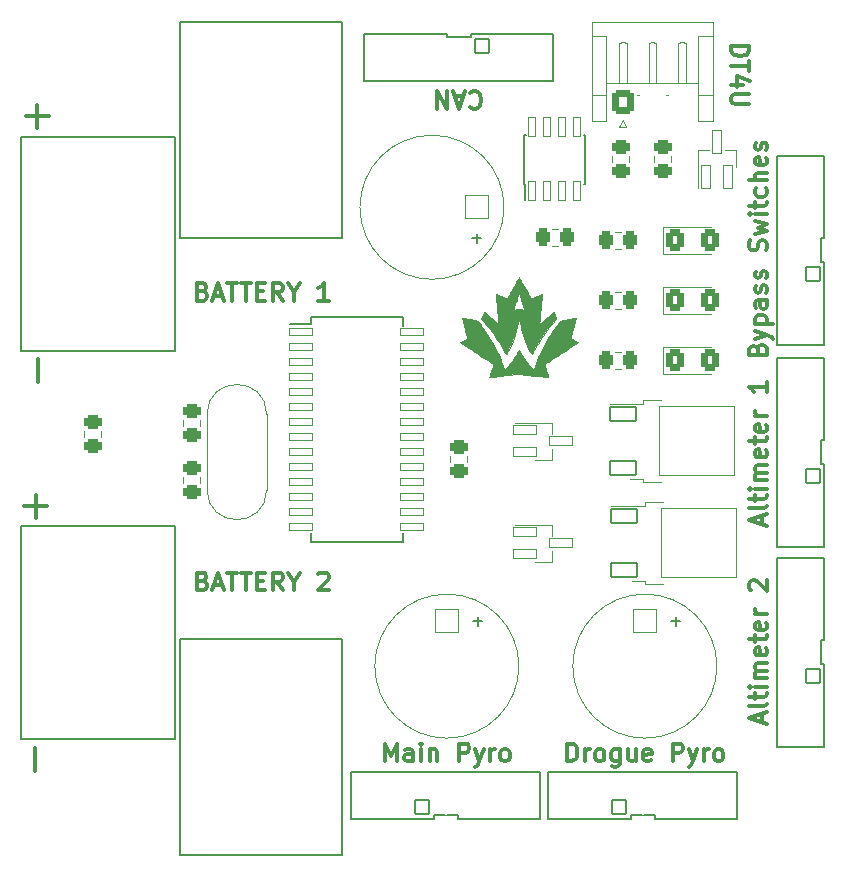
<source format=gto>
G04 #@! TF.GenerationSoftware,KiCad,Pcbnew,6.0.0*
G04 #@! TF.CreationDate,2022-02-03T14:26:25-05:00*
G04 #@! TF.ProjectId,remote_arming,72656d6f-7465-45f6-9172-6d696e672e6b,rev?*
G04 #@! TF.SameCoordinates,Original*
G04 #@! TF.FileFunction,Legend,Top*
G04 #@! TF.FilePolarity,Positive*
%FSLAX46Y46*%
G04 Gerber Fmt 4.6, Leading zero omitted, Abs format (unit mm)*
G04 Created by KiCad (PCBNEW 6.0.0) date 2022-02-03 14:26:25*
%MOMM*%
%LPD*%
G01*
G04 APERTURE LIST*
G04 Aperture macros list*
%AMRoundRect*
0 Rectangle with rounded corners*
0 $1 Rounding radius*
0 $2 $3 $4 $5 $6 $7 $8 $9 X,Y pos of 4 corners*
0 Add a 4 corners polygon primitive as box body*
4,1,4,$2,$3,$4,$5,$6,$7,$8,$9,$2,$3,0*
0 Add four circle primitives for the rounded corners*
1,1,$1+$1,$2,$3*
1,1,$1+$1,$4,$5*
1,1,$1+$1,$6,$7*
1,1,$1+$1,$8,$9*
0 Add four rect primitives between the rounded corners*
20,1,$1+$1,$2,$3,$4,$5,0*
20,1,$1+$1,$4,$5,$6,$7,0*
20,1,$1+$1,$6,$7,$8,$9,0*
20,1,$1+$1,$8,$9,$2,$3,0*%
G04 Aperture macros list end*
%ADD10C,0.300000*%
%ADD11C,0.150000*%
%ADD12C,0.010000*%
%ADD13C,0.120000*%
%ADD14C,6.502000*%
%ADD15C,6.299600*%
%ADD16C,1.602000*%
%ADD17C,3.102000*%
%ADD18C,2.102000*%
%ADD19RoundRect,0.051000X1.000000X1.000000X-1.000000X1.000000X-1.000000X-1.000000X1.000000X-1.000000X0*%
%ADD20RoundRect,0.051000X-1.000000X-0.300000X1.000000X-0.300000X1.000000X0.300000X-1.000000X0.300000X0*%
%ADD21C,2.302000*%
%ADD22C,1.302000*%
%ADD23RoundRect,0.051000X0.600000X-0.600000X0.600000X0.600000X-0.600000X0.600000X-0.600000X-0.600000X0*%
%ADD24RoundRect,0.301001X-0.462499X-0.624999X0.462499X-0.624999X0.462499X0.624999X-0.462499X0.624999X0*%
%ADD25RoundRect,0.301000X0.450000X-0.325000X0.450000X0.325000X-0.450000X0.325000X-0.450000X-0.325000X0*%
%ADD26RoundRect,0.301000X-0.450000X0.325000X-0.450000X-0.325000X0.450000X-0.325000X0.450000X0.325000X0*%
%ADD27RoundRect,0.301000X0.325000X0.450000X-0.325000X0.450000X-0.325000X-0.450000X0.325000X-0.450000X0*%
%ADD28RoundRect,0.051000X0.300000X-0.775000X0.300000X0.775000X-0.300000X0.775000X-0.300000X-0.775000X0*%
%ADD29RoundRect,0.051000X-0.950000X-0.400000X0.950000X-0.400000X0.950000X0.400000X-0.950000X0.400000X0*%
%ADD30RoundRect,0.051000X-3.200000X-2.900000X3.200000X-2.900000X3.200000X2.900000X-3.200000X2.900000X0*%
%ADD31RoundRect,0.051000X-1.100000X-0.600000X1.100000X-0.600000X1.100000X0.600000X-1.100000X0.600000X0*%
%ADD32RoundRect,0.051000X0.600000X0.600000X-0.600000X0.600000X-0.600000X-0.600000X0.600000X-0.600000X0*%
%ADD33RoundRect,0.051000X-0.600000X-0.600000X0.600000X-0.600000X0.600000X0.600000X-0.600000X0.600000X0*%
%ADD34RoundRect,0.051000X-1.000000X1.000000X-1.000000X-1.000000X1.000000X-1.000000X1.000000X1.000000X0*%
%ADD35RoundRect,0.051000X0.400000X-0.950000X0.400000X0.950000X-0.400000X0.950000X-0.400000X-0.950000X0*%
%ADD36RoundRect,0.301000X-0.600000X-0.725000X0.600000X-0.725000X0.600000X0.725000X-0.600000X0.725000X0*%
%ADD37O,1.802000X2.052000*%
G04 APERTURE END LIST*
D10*
X194735285Y-103778857D02*
X194949571Y-103850285D01*
X195021000Y-103921714D01*
X195092428Y-104064571D01*
X195092428Y-104278857D01*
X195021000Y-104421714D01*
X194949571Y-104493142D01*
X194806714Y-104564571D01*
X194235285Y-104564571D01*
X194235285Y-103064571D01*
X194735285Y-103064571D01*
X194878142Y-103136000D01*
X194949571Y-103207428D01*
X195021000Y-103350285D01*
X195021000Y-103493142D01*
X194949571Y-103636000D01*
X194878142Y-103707428D01*
X194735285Y-103778857D01*
X194235285Y-103778857D01*
X195663857Y-104136000D02*
X196378142Y-104136000D01*
X195521000Y-104564571D02*
X196021000Y-103064571D01*
X196521000Y-104564571D01*
X196806714Y-103064571D02*
X197663857Y-103064571D01*
X197235285Y-104564571D02*
X197235285Y-103064571D01*
X197949571Y-103064571D02*
X198806714Y-103064571D01*
X198378142Y-104564571D02*
X198378142Y-103064571D01*
X199306714Y-103778857D02*
X199806714Y-103778857D01*
X200021000Y-104564571D02*
X199306714Y-104564571D01*
X199306714Y-103064571D01*
X200021000Y-103064571D01*
X201521000Y-104564571D02*
X201021000Y-103850285D01*
X200663857Y-104564571D02*
X200663857Y-103064571D01*
X201235285Y-103064571D01*
X201378142Y-103136000D01*
X201449571Y-103207428D01*
X201521000Y-103350285D01*
X201521000Y-103564571D01*
X201449571Y-103707428D01*
X201378142Y-103778857D01*
X201235285Y-103850285D01*
X200663857Y-103850285D01*
X202449571Y-103850285D02*
X202449571Y-104564571D01*
X201949571Y-103064571D02*
X202449571Y-103850285D01*
X202949571Y-103064571D01*
X204521000Y-103207428D02*
X204592428Y-103136000D01*
X204735285Y-103064571D01*
X205092428Y-103064571D01*
X205235285Y-103136000D01*
X205306714Y-103207428D01*
X205378142Y-103350285D01*
X205378142Y-103493142D01*
X205306714Y-103707428D01*
X204449571Y-104564571D01*
X205378142Y-104564571D01*
X194735285Y-79267857D02*
X194949571Y-79339285D01*
X195021000Y-79410714D01*
X195092428Y-79553571D01*
X195092428Y-79767857D01*
X195021000Y-79910714D01*
X194949571Y-79982142D01*
X194806714Y-80053571D01*
X194235285Y-80053571D01*
X194235285Y-78553571D01*
X194735285Y-78553571D01*
X194878142Y-78625000D01*
X194949571Y-78696428D01*
X195021000Y-78839285D01*
X195021000Y-78982142D01*
X194949571Y-79125000D01*
X194878142Y-79196428D01*
X194735285Y-79267857D01*
X194235285Y-79267857D01*
X195663857Y-79625000D02*
X196378142Y-79625000D01*
X195521000Y-80053571D02*
X196021000Y-78553571D01*
X196521000Y-80053571D01*
X196806714Y-78553571D02*
X197663857Y-78553571D01*
X197235285Y-80053571D02*
X197235285Y-78553571D01*
X197949571Y-78553571D02*
X198806714Y-78553571D01*
X198378142Y-80053571D02*
X198378142Y-78553571D01*
X199306714Y-79267857D02*
X199806714Y-79267857D01*
X200021000Y-80053571D02*
X199306714Y-80053571D01*
X199306714Y-78553571D01*
X200021000Y-78553571D01*
X201521000Y-80053571D02*
X201021000Y-79339285D01*
X200663857Y-80053571D02*
X200663857Y-78553571D01*
X201235285Y-78553571D01*
X201378142Y-78625000D01*
X201449571Y-78696428D01*
X201521000Y-78839285D01*
X201521000Y-79053571D01*
X201449571Y-79196428D01*
X201378142Y-79267857D01*
X201235285Y-79339285D01*
X200663857Y-79339285D01*
X202449571Y-79339285D02*
X202449571Y-80053571D01*
X201949571Y-78553571D02*
X202449571Y-79339285D01*
X202949571Y-78553571D01*
X205378142Y-80053571D02*
X204521000Y-80053571D01*
X204949571Y-80053571D02*
X204949571Y-78553571D01*
X204806714Y-78767857D01*
X204663857Y-78910714D01*
X204521000Y-78982142D01*
X242058000Y-98964000D02*
X242058000Y-98249714D01*
X242486571Y-99106857D02*
X240986571Y-98606857D01*
X242486571Y-98106857D01*
X242486571Y-97392571D02*
X242415142Y-97535428D01*
X242272285Y-97606857D01*
X240986571Y-97606857D01*
X241486571Y-97035428D02*
X241486571Y-96464000D01*
X240986571Y-96821142D02*
X242272285Y-96821142D01*
X242415142Y-96749714D01*
X242486571Y-96606857D01*
X242486571Y-96464000D01*
X242486571Y-95964000D02*
X241486571Y-95964000D01*
X240986571Y-95964000D02*
X241058000Y-96035428D01*
X241129428Y-95964000D01*
X241058000Y-95892571D01*
X240986571Y-95964000D01*
X241129428Y-95964000D01*
X242486571Y-95249714D02*
X241486571Y-95249714D01*
X241629428Y-95249714D02*
X241558000Y-95178285D01*
X241486571Y-95035428D01*
X241486571Y-94821142D01*
X241558000Y-94678285D01*
X241700857Y-94606857D01*
X242486571Y-94606857D01*
X241700857Y-94606857D02*
X241558000Y-94535428D01*
X241486571Y-94392571D01*
X241486571Y-94178285D01*
X241558000Y-94035428D01*
X241700857Y-93964000D01*
X242486571Y-93964000D01*
X242415142Y-92678285D02*
X242486571Y-92821142D01*
X242486571Y-93106857D01*
X242415142Y-93249714D01*
X242272285Y-93321142D01*
X241700857Y-93321142D01*
X241558000Y-93249714D01*
X241486571Y-93106857D01*
X241486571Y-92821142D01*
X241558000Y-92678285D01*
X241700857Y-92606857D01*
X241843714Y-92606857D01*
X241986571Y-93321142D01*
X241486571Y-92178285D02*
X241486571Y-91606857D01*
X240986571Y-91964000D02*
X242272285Y-91964000D01*
X242415142Y-91892571D01*
X242486571Y-91749714D01*
X242486571Y-91606857D01*
X242415142Y-90535428D02*
X242486571Y-90678285D01*
X242486571Y-90964000D01*
X242415142Y-91106857D01*
X242272285Y-91178285D01*
X241700857Y-91178285D01*
X241558000Y-91106857D01*
X241486571Y-90964000D01*
X241486571Y-90678285D01*
X241558000Y-90535428D01*
X241700857Y-90464000D01*
X241843714Y-90464000D01*
X241986571Y-91178285D01*
X242486571Y-89821142D02*
X241486571Y-89821142D01*
X241772285Y-89821142D02*
X241629428Y-89749714D01*
X241558000Y-89678285D01*
X241486571Y-89535428D01*
X241486571Y-89392571D01*
X242486571Y-86964000D02*
X242486571Y-87821142D01*
X242486571Y-87392571D02*
X240986571Y-87392571D01*
X241200857Y-87535428D01*
X241343714Y-87678285D01*
X241415142Y-87821142D01*
X180775428Y-86946619D02*
X180775428Y-85011380D01*
X180521428Y-119839619D02*
X180521428Y-117904380D01*
X179753380Y-64443428D02*
X181688619Y-64443428D01*
X180721000Y-65411047D02*
X180721000Y-63475809D01*
X179626380Y-97463428D02*
X181561619Y-97463428D01*
X180594000Y-98431047D02*
X180594000Y-96495809D01*
X239478428Y-58495714D02*
X240978428Y-58495714D01*
X240978428Y-58852857D01*
X240907000Y-59067142D01*
X240764142Y-59210000D01*
X240621285Y-59281428D01*
X240335571Y-59352857D01*
X240121285Y-59352857D01*
X239835571Y-59281428D01*
X239692714Y-59210000D01*
X239549857Y-59067142D01*
X239478428Y-58852857D01*
X239478428Y-58495714D01*
X240978428Y-59781428D02*
X240978428Y-60638571D01*
X239478428Y-60210000D02*
X240978428Y-60210000D01*
X240478428Y-61781428D02*
X239478428Y-61781428D01*
X241049857Y-61424285D02*
X239978428Y-61067142D01*
X239978428Y-61995714D01*
X240978428Y-62567142D02*
X239764142Y-62567142D01*
X239621285Y-62638571D01*
X239549857Y-62710000D01*
X239478428Y-62852857D01*
X239478428Y-63138571D01*
X239549857Y-63281428D01*
X239621285Y-63352857D01*
X239764142Y-63424285D01*
X240978428Y-63424285D01*
X217372285Y-62456285D02*
X217443714Y-62384857D01*
X217658000Y-62313428D01*
X217800857Y-62313428D01*
X218015142Y-62384857D01*
X218158000Y-62527714D01*
X218229428Y-62670571D01*
X218300857Y-62956285D01*
X218300857Y-63170571D01*
X218229428Y-63456285D01*
X218158000Y-63599142D01*
X218015142Y-63742000D01*
X217800857Y-63813428D01*
X217658000Y-63813428D01*
X217443714Y-63742000D01*
X217372285Y-63670571D01*
X216800857Y-62742000D02*
X216086571Y-62742000D01*
X216943714Y-62313428D02*
X216443714Y-63813428D01*
X215943714Y-62313428D01*
X215443714Y-62313428D02*
X215443714Y-63813428D01*
X214586571Y-62313428D01*
X214586571Y-63813428D01*
X241700857Y-84156285D02*
X241772285Y-83942000D01*
X241843714Y-83870571D01*
X241986571Y-83799142D01*
X242200857Y-83799142D01*
X242343714Y-83870571D01*
X242415142Y-83942000D01*
X242486571Y-84084857D01*
X242486571Y-84656285D01*
X240986571Y-84656285D01*
X240986571Y-84156285D01*
X241058000Y-84013428D01*
X241129428Y-83942000D01*
X241272285Y-83870571D01*
X241415142Y-83870571D01*
X241558000Y-83942000D01*
X241629428Y-84013428D01*
X241700857Y-84156285D01*
X241700857Y-84656285D01*
X241486571Y-83299142D02*
X242486571Y-82942000D01*
X241486571Y-82584857D02*
X242486571Y-82942000D01*
X242843714Y-83084857D01*
X242915142Y-83156285D01*
X242986571Y-83299142D01*
X241486571Y-82013428D02*
X242986571Y-82013428D01*
X241558000Y-82013428D02*
X241486571Y-81870571D01*
X241486571Y-81584857D01*
X241558000Y-81442000D01*
X241629428Y-81370571D01*
X241772285Y-81299142D01*
X242200857Y-81299142D01*
X242343714Y-81370571D01*
X242415142Y-81442000D01*
X242486571Y-81584857D01*
X242486571Y-81870571D01*
X242415142Y-82013428D01*
X242486571Y-80013428D02*
X241700857Y-80013428D01*
X241558000Y-80084857D01*
X241486571Y-80227714D01*
X241486571Y-80513428D01*
X241558000Y-80656285D01*
X242415142Y-80013428D02*
X242486571Y-80156285D01*
X242486571Y-80513428D01*
X242415142Y-80656285D01*
X242272285Y-80727714D01*
X242129428Y-80727714D01*
X241986571Y-80656285D01*
X241915142Y-80513428D01*
X241915142Y-80156285D01*
X241843714Y-80013428D01*
X242415142Y-79370571D02*
X242486571Y-79227714D01*
X242486571Y-78942000D01*
X242415142Y-78799142D01*
X242272285Y-78727714D01*
X242200857Y-78727714D01*
X242058000Y-78799142D01*
X241986571Y-78942000D01*
X241986571Y-79156285D01*
X241915142Y-79299142D01*
X241772285Y-79370571D01*
X241700857Y-79370571D01*
X241558000Y-79299142D01*
X241486571Y-79156285D01*
X241486571Y-78942000D01*
X241558000Y-78799142D01*
X242415142Y-78156285D02*
X242486571Y-78013428D01*
X242486571Y-77727714D01*
X242415142Y-77584857D01*
X242272285Y-77513428D01*
X242200857Y-77513428D01*
X242058000Y-77584857D01*
X241986571Y-77727714D01*
X241986571Y-77942000D01*
X241915142Y-78084857D01*
X241772285Y-78156285D01*
X241700857Y-78156285D01*
X241558000Y-78084857D01*
X241486571Y-77942000D01*
X241486571Y-77727714D01*
X241558000Y-77584857D01*
X242415142Y-75799142D02*
X242486571Y-75584857D01*
X242486571Y-75227714D01*
X242415142Y-75084857D01*
X242343714Y-75013428D01*
X242200857Y-74942000D01*
X242058000Y-74942000D01*
X241915142Y-75013428D01*
X241843714Y-75084857D01*
X241772285Y-75227714D01*
X241700857Y-75513428D01*
X241629428Y-75656285D01*
X241558000Y-75727714D01*
X241415142Y-75799142D01*
X241272285Y-75799142D01*
X241129428Y-75727714D01*
X241058000Y-75656285D01*
X240986571Y-75513428D01*
X240986571Y-75156285D01*
X241058000Y-74942000D01*
X241486571Y-74442000D02*
X242486571Y-74156285D01*
X241772285Y-73870571D01*
X242486571Y-73584857D01*
X241486571Y-73299142D01*
X242486571Y-72727714D02*
X241486571Y-72727714D01*
X240986571Y-72727714D02*
X241058000Y-72799142D01*
X241129428Y-72727714D01*
X241058000Y-72656285D01*
X240986571Y-72727714D01*
X241129428Y-72727714D01*
X241486571Y-72227714D02*
X241486571Y-71656285D01*
X240986571Y-72013428D02*
X242272285Y-72013428D01*
X242415142Y-71942000D01*
X242486571Y-71799142D01*
X242486571Y-71656285D01*
X242415142Y-70513428D02*
X242486571Y-70656285D01*
X242486571Y-70942000D01*
X242415142Y-71084857D01*
X242343714Y-71156285D01*
X242200857Y-71227714D01*
X241772285Y-71227714D01*
X241629428Y-71156285D01*
X241558000Y-71084857D01*
X241486571Y-70942000D01*
X241486571Y-70656285D01*
X241558000Y-70513428D01*
X242486571Y-69870571D02*
X240986571Y-69870571D01*
X242486571Y-69227714D02*
X241700857Y-69227714D01*
X241558000Y-69299142D01*
X241486571Y-69442000D01*
X241486571Y-69656285D01*
X241558000Y-69799142D01*
X241629428Y-69870571D01*
X242415142Y-67942000D02*
X242486571Y-68084857D01*
X242486571Y-68370571D01*
X242415142Y-68513428D01*
X242272285Y-68584857D01*
X241700857Y-68584857D01*
X241558000Y-68513428D01*
X241486571Y-68370571D01*
X241486571Y-68084857D01*
X241558000Y-67942000D01*
X241700857Y-67870571D01*
X241843714Y-67870571D01*
X241986571Y-68584857D01*
X242415142Y-67299142D02*
X242486571Y-67156285D01*
X242486571Y-66870571D01*
X242415142Y-66727714D01*
X242272285Y-66656285D01*
X242200857Y-66656285D01*
X242058000Y-66727714D01*
X241986571Y-66870571D01*
X241986571Y-67084857D01*
X241915142Y-67227714D01*
X241772285Y-67299142D01*
X241700857Y-67299142D01*
X241558000Y-67227714D01*
X241486571Y-67084857D01*
X241486571Y-66870571D01*
X241558000Y-66727714D01*
X242058000Y-115728000D02*
X242058000Y-115013714D01*
X242486571Y-115870857D02*
X240986571Y-115370857D01*
X242486571Y-114870857D01*
X242486571Y-114156571D02*
X242415142Y-114299428D01*
X242272285Y-114370857D01*
X240986571Y-114370857D01*
X241486571Y-113799428D02*
X241486571Y-113228000D01*
X240986571Y-113585142D02*
X242272285Y-113585142D01*
X242415142Y-113513714D01*
X242486571Y-113370857D01*
X242486571Y-113228000D01*
X242486571Y-112728000D02*
X241486571Y-112728000D01*
X240986571Y-112728000D02*
X241058000Y-112799428D01*
X241129428Y-112728000D01*
X241058000Y-112656571D01*
X240986571Y-112728000D01*
X241129428Y-112728000D01*
X242486571Y-112013714D02*
X241486571Y-112013714D01*
X241629428Y-112013714D02*
X241558000Y-111942285D01*
X241486571Y-111799428D01*
X241486571Y-111585142D01*
X241558000Y-111442285D01*
X241700857Y-111370857D01*
X242486571Y-111370857D01*
X241700857Y-111370857D02*
X241558000Y-111299428D01*
X241486571Y-111156571D01*
X241486571Y-110942285D01*
X241558000Y-110799428D01*
X241700857Y-110728000D01*
X242486571Y-110728000D01*
X242415142Y-109442285D02*
X242486571Y-109585142D01*
X242486571Y-109870857D01*
X242415142Y-110013714D01*
X242272285Y-110085142D01*
X241700857Y-110085142D01*
X241558000Y-110013714D01*
X241486571Y-109870857D01*
X241486571Y-109585142D01*
X241558000Y-109442285D01*
X241700857Y-109370857D01*
X241843714Y-109370857D01*
X241986571Y-110085142D01*
X241486571Y-108942285D02*
X241486571Y-108370857D01*
X240986571Y-108728000D02*
X242272285Y-108728000D01*
X242415142Y-108656571D01*
X242486571Y-108513714D01*
X242486571Y-108370857D01*
X242415142Y-107299428D02*
X242486571Y-107442285D01*
X242486571Y-107728000D01*
X242415142Y-107870857D01*
X242272285Y-107942285D01*
X241700857Y-107942285D01*
X241558000Y-107870857D01*
X241486571Y-107728000D01*
X241486571Y-107442285D01*
X241558000Y-107299428D01*
X241700857Y-107228000D01*
X241843714Y-107228000D01*
X241986571Y-107942285D01*
X242486571Y-106585142D02*
X241486571Y-106585142D01*
X241772285Y-106585142D02*
X241629428Y-106513714D01*
X241558000Y-106442285D01*
X241486571Y-106299428D01*
X241486571Y-106156571D01*
X241129428Y-104585142D02*
X241058000Y-104513714D01*
X240986571Y-104370857D01*
X240986571Y-104013714D01*
X241058000Y-103870857D01*
X241129428Y-103799428D01*
X241272285Y-103728000D01*
X241415142Y-103728000D01*
X241629428Y-103799428D01*
X242486571Y-104656571D01*
X242486571Y-103728000D01*
X210142000Y-119042571D02*
X210142000Y-117542571D01*
X210642000Y-118614000D01*
X211142000Y-117542571D01*
X211142000Y-119042571D01*
X212499142Y-119042571D02*
X212499142Y-118256857D01*
X212427714Y-118114000D01*
X212284857Y-118042571D01*
X211999142Y-118042571D01*
X211856285Y-118114000D01*
X212499142Y-118971142D02*
X212356285Y-119042571D01*
X211999142Y-119042571D01*
X211856285Y-118971142D01*
X211784857Y-118828285D01*
X211784857Y-118685428D01*
X211856285Y-118542571D01*
X211999142Y-118471142D01*
X212356285Y-118471142D01*
X212499142Y-118399714D01*
X213213428Y-119042571D02*
X213213428Y-118042571D01*
X213213428Y-117542571D02*
X213142000Y-117614000D01*
X213213428Y-117685428D01*
X213284857Y-117614000D01*
X213213428Y-117542571D01*
X213213428Y-117685428D01*
X213927714Y-118042571D02*
X213927714Y-119042571D01*
X213927714Y-118185428D02*
X213999142Y-118114000D01*
X214142000Y-118042571D01*
X214356285Y-118042571D01*
X214499142Y-118114000D01*
X214570571Y-118256857D01*
X214570571Y-119042571D01*
X216427714Y-119042571D02*
X216427714Y-117542571D01*
X216999142Y-117542571D01*
X217142000Y-117614000D01*
X217213428Y-117685428D01*
X217284857Y-117828285D01*
X217284857Y-118042571D01*
X217213428Y-118185428D01*
X217142000Y-118256857D01*
X216999142Y-118328285D01*
X216427714Y-118328285D01*
X217784857Y-118042571D02*
X218142000Y-119042571D01*
X218499142Y-118042571D02*
X218142000Y-119042571D01*
X217999142Y-119399714D01*
X217927714Y-119471142D01*
X217784857Y-119542571D01*
X219070571Y-119042571D02*
X219070571Y-118042571D01*
X219070571Y-118328285D02*
X219142000Y-118185428D01*
X219213428Y-118114000D01*
X219356285Y-118042571D01*
X219499142Y-118042571D01*
X220213428Y-119042571D02*
X220070571Y-118971142D01*
X219999142Y-118899714D01*
X219927714Y-118756857D01*
X219927714Y-118328285D01*
X219999142Y-118185428D01*
X220070571Y-118114000D01*
X220213428Y-118042571D01*
X220427714Y-118042571D01*
X220570571Y-118114000D01*
X220642000Y-118185428D01*
X220713428Y-118328285D01*
X220713428Y-118756857D01*
X220642000Y-118899714D01*
X220570571Y-118971142D01*
X220427714Y-119042571D01*
X220213428Y-119042571D01*
X225584571Y-119042571D02*
X225584571Y-117542571D01*
X225941714Y-117542571D01*
X226156000Y-117614000D01*
X226298857Y-117756857D01*
X226370285Y-117899714D01*
X226441714Y-118185428D01*
X226441714Y-118399714D01*
X226370285Y-118685428D01*
X226298857Y-118828285D01*
X226156000Y-118971142D01*
X225941714Y-119042571D01*
X225584571Y-119042571D01*
X227084571Y-119042571D02*
X227084571Y-118042571D01*
X227084571Y-118328285D02*
X227156000Y-118185428D01*
X227227428Y-118114000D01*
X227370285Y-118042571D01*
X227513142Y-118042571D01*
X228227428Y-119042571D02*
X228084571Y-118971142D01*
X228013142Y-118899714D01*
X227941714Y-118756857D01*
X227941714Y-118328285D01*
X228013142Y-118185428D01*
X228084571Y-118114000D01*
X228227428Y-118042571D01*
X228441714Y-118042571D01*
X228584571Y-118114000D01*
X228656000Y-118185428D01*
X228727428Y-118328285D01*
X228727428Y-118756857D01*
X228656000Y-118899714D01*
X228584571Y-118971142D01*
X228441714Y-119042571D01*
X228227428Y-119042571D01*
X230013142Y-118042571D02*
X230013142Y-119256857D01*
X229941714Y-119399714D01*
X229870285Y-119471142D01*
X229727428Y-119542571D01*
X229513142Y-119542571D01*
X229370285Y-119471142D01*
X230013142Y-118971142D02*
X229870285Y-119042571D01*
X229584571Y-119042571D01*
X229441714Y-118971142D01*
X229370285Y-118899714D01*
X229298857Y-118756857D01*
X229298857Y-118328285D01*
X229370285Y-118185428D01*
X229441714Y-118114000D01*
X229584571Y-118042571D01*
X229870285Y-118042571D01*
X230013142Y-118114000D01*
X231370285Y-118042571D02*
X231370285Y-119042571D01*
X230727428Y-118042571D02*
X230727428Y-118828285D01*
X230798857Y-118971142D01*
X230941714Y-119042571D01*
X231156000Y-119042571D01*
X231298857Y-118971142D01*
X231370285Y-118899714D01*
X232656000Y-118971142D02*
X232513142Y-119042571D01*
X232227428Y-119042571D01*
X232084571Y-118971142D01*
X232013142Y-118828285D01*
X232013142Y-118256857D01*
X232084571Y-118114000D01*
X232227428Y-118042571D01*
X232513142Y-118042571D01*
X232656000Y-118114000D01*
X232727428Y-118256857D01*
X232727428Y-118399714D01*
X232013142Y-118542571D01*
X234513142Y-119042571D02*
X234513142Y-117542571D01*
X235084571Y-117542571D01*
X235227428Y-117614000D01*
X235298857Y-117685428D01*
X235370285Y-117828285D01*
X235370285Y-118042571D01*
X235298857Y-118185428D01*
X235227428Y-118256857D01*
X235084571Y-118328285D01*
X234513142Y-118328285D01*
X235870285Y-118042571D02*
X236227428Y-119042571D01*
X236584571Y-118042571D02*
X236227428Y-119042571D01*
X236084571Y-119399714D01*
X236013142Y-119471142D01*
X235870285Y-119542571D01*
X237156000Y-119042571D02*
X237156000Y-118042571D01*
X237156000Y-118328285D02*
X237227428Y-118185428D01*
X237298857Y-118114000D01*
X237441714Y-118042571D01*
X237584571Y-118042571D01*
X238298857Y-119042571D02*
X238156000Y-118971142D01*
X238084571Y-118899714D01*
X238013142Y-118756857D01*
X238013142Y-118328285D01*
X238084571Y-118185428D01*
X238156000Y-118114000D01*
X238298857Y-118042571D01*
X238513142Y-118042571D01*
X238656000Y-118114000D01*
X238727428Y-118185428D01*
X238798857Y-118328285D01*
X238798857Y-118756857D01*
X238727428Y-118899714D01*
X238656000Y-118971142D01*
X238513142Y-119042571D01*
X238298857Y-119042571D01*
D11*
X217561047Y-74747428D02*
X218322952Y-74747428D01*
X217942000Y-75128380D02*
X217942000Y-74366476D01*
X234767428Y-107558952D02*
X234767428Y-106797047D01*
X235148380Y-107178000D02*
X234386476Y-107178000D01*
X218003428Y-107558952D02*
X218003428Y-106797047D01*
X218384380Y-107178000D02*
X217622476Y-107178000D01*
D12*
X221503828Y-78091810D02*
X221525031Y-78126138D01*
X221525031Y-78126138D02*
X221557466Y-78180988D01*
X221557466Y-78180988D02*
X221600034Y-78254430D01*
X221600034Y-78254430D02*
X221651634Y-78344537D01*
X221651634Y-78344537D02*
X221711166Y-78449380D01*
X221711166Y-78449380D02*
X221777530Y-78567029D01*
X221777530Y-78567029D02*
X221849626Y-78695556D01*
X221849626Y-78695556D02*
X221926352Y-78833033D01*
X221926352Y-78833033D02*
X221992894Y-78952787D01*
X221992894Y-78952787D02*
X222072738Y-79096733D01*
X222072738Y-79096733D02*
X222148795Y-79233789D01*
X222148795Y-79233789D02*
X222219965Y-79361976D01*
X222219965Y-79361976D02*
X222285147Y-79479311D01*
X222285147Y-79479311D02*
X222343238Y-79583816D01*
X222343238Y-79583816D02*
X222393138Y-79673509D01*
X222393138Y-79673509D02*
X222433745Y-79746410D01*
X222433745Y-79746410D02*
X222463959Y-79800539D01*
X222463959Y-79800539D02*
X222482678Y-79833916D01*
X222482678Y-79833916D02*
X222488667Y-79844394D01*
X222488667Y-79844394D02*
X222497114Y-79847201D01*
X222497114Y-79847201D02*
X222516819Y-79843900D01*
X222516819Y-79843900D02*
X222549826Y-79833702D01*
X222549826Y-79833702D02*
X222598180Y-79815817D01*
X222598180Y-79815817D02*
X222663923Y-79789456D01*
X222663923Y-79789456D02*
X222749102Y-79753831D01*
X222749102Y-79753831D02*
X222855760Y-79708152D01*
X222855760Y-79708152D02*
X222969565Y-79658770D01*
X222969565Y-79658770D02*
X223076458Y-79612519D01*
X223076458Y-79612519D02*
X223175265Y-79570396D01*
X223175265Y-79570396D02*
X223263109Y-79533580D01*
X223263109Y-79533580D02*
X223337113Y-79503250D01*
X223337113Y-79503250D02*
X223394398Y-79480585D01*
X223394398Y-79480585D02*
X223432086Y-79466763D01*
X223432086Y-79466763D02*
X223447301Y-79462964D01*
X223447301Y-79462964D02*
X223447399Y-79463034D01*
X223447399Y-79463034D02*
X223447360Y-79477846D01*
X223447360Y-79477846D02*
X223444790Y-79518416D01*
X223444790Y-79518416D02*
X223439859Y-79582798D01*
X223439859Y-79582798D02*
X223432742Y-79669044D01*
X223432742Y-79669044D02*
X223423610Y-79775209D01*
X223423610Y-79775209D02*
X223412635Y-79899346D01*
X223412635Y-79899346D02*
X223399990Y-80039509D01*
X223399990Y-80039509D02*
X223385848Y-80193751D01*
X223385848Y-80193751D02*
X223370380Y-80360127D01*
X223370380Y-80360127D02*
X223353760Y-80536690D01*
X223353760Y-80536690D02*
X223336159Y-80721493D01*
X223336159Y-80721493D02*
X223333212Y-80752226D01*
X223333212Y-80752226D02*
X223315441Y-80938115D01*
X223315441Y-80938115D02*
X223298564Y-81116027D01*
X223298564Y-81116027D02*
X223282758Y-81284020D01*
X223282758Y-81284020D02*
X223268198Y-81440154D01*
X223268198Y-81440154D02*
X223255063Y-81582488D01*
X223255063Y-81582488D02*
X223243528Y-81709082D01*
X223243528Y-81709082D02*
X223233769Y-81817995D01*
X223233769Y-81817995D02*
X223225965Y-81907285D01*
X223225965Y-81907285D02*
X223220291Y-81975013D01*
X223220291Y-81975013D02*
X223216923Y-82019238D01*
X223216923Y-82019238D02*
X223216040Y-82038019D01*
X223216040Y-82038019D02*
X223216145Y-82038538D01*
X223216145Y-82038538D02*
X223227303Y-82030621D01*
X223227303Y-82030621D02*
X223257375Y-82005773D01*
X223257375Y-82005773D02*
X223304513Y-81965605D01*
X223304513Y-81965605D02*
X223366867Y-81911726D01*
X223366867Y-81911726D02*
X223442591Y-81845745D01*
X223442591Y-81845745D02*
X223529835Y-81769272D01*
X223529835Y-81769272D02*
X223626751Y-81683918D01*
X223626751Y-81683918D02*
X223731490Y-81591291D01*
X223731490Y-81591291D02*
X223824122Y-81509079D01*
X223824122Y-81509079D02*
X223934216Y-81411387D01*
X223934216Y-81411387D02*
X224038199Y-81319446D01*
X224038199Y-81319446D02*
X224134200Y-81234890D01*
X224134200Y-81234890D02*
X224220348Y-81159352D01*
X224220348Y-81159352D02*
X224294769Y-81094465D01*
X224294769Y-81094465D02*
X224355594Y-81041861D01*
X224355594Y-81041861D02*
X224400949Y-81003174D01*
X224400949Y-81003174D02*
X224428964Y-80980035D01*
X224428964Y-80980035D02*
X224437706Y-80973809D01*
X224437706Y-80973809D02*
X224441955Y-80976925D01*
X224441955Y-80976925D02*
X224448484Y-80987816D01*
X224448484Y-80987816D02*
X224458198Y-81008795D01*
X224458198Y-81008795D02*
X224472002Y-81042177D01*
X224472002Y-81042177D02*
X224490801Y-81090276D01*
X224490801Y-81090276D02*
X224515501Y-81155404D01*
X224515501Y-81155404D02*
X224547006Y-81239877D01*
X224547006Y-81239877D02*
X224586222Y-81346007D01*
X224586222Y-81346007D02*
X224631506Y-81469166D01*
X224631506Y-81469166D02*
X224672853Y-81581784D01*
X224672853Y-81581784D02*
X224554252Y-81718604D01*
X224554252Y-81718604D02*
X224401232Y-81899611D01*
X224401232Y-81899611D02*
X224240733Y-82097790D01*
X224240733Y-82097790D02*
X224075007Y-82309920D01*
X224075007Y-82309920D02*
X223906306Y-82532782D01*
X223906306Y-82532782D02*
X223736879Y-82763156D01*
X223736879Y-82763156D02*
X223568979Y-82997821D01*
X223568979Y-82997821D02*
X223404857Y-83233558D01*
X223404857Y-83233558D02*
X223246764Y-83467146D01*
X223246764Y-83467146D02*
X223096952Y-83695366D01*
X223096952Y-83695366D02*
X222957672Y-83914997D01*
X222957672Y-83914997D02*
X222831174Y-84122819D01*
X222831174Y-84122819D02*
X222719711Y-84315613D01*
X222719711Y-84315613D02*
X222652384Y-84438873D01*
X222652384Y-84438873D02*
X222576801Y-84581245D01*
X222576801Y-84581245D02*
X222530889Y-84514515D01*
X222530889Y-84514515D02*
X222443367Y-84377790D01*
X222443367Y-84377790D02*
X222352677Y-84218444D01*
X222352677Y-84218444D02*
X222260999Y-84041174D01*
X222260999Y-84041174D02*
X222170514Y-83850674D01*
X222170514Y-83850674D02*
X222083404Y-83651642D01*
X222083404Y-83651642D02*
X222001849Y-83448774D01*
X222001849Y-83448774D02*
X221928031Y-83246765D01*
X221928031Y-83246765D02*
X221891615Y-83138028D01*
X221891615Y-83138028D02*
X221825949Y-82923960D01*
X221825949Y-82923960D02*
X221760222Y-82688794D01*
X221760222Y-82688794D02*
X221696089Y-82439211D01*
X221696089Y-82439211D02*
X221635209Y-82181896D01*
X221635209Y-82181896D02*
X221579237Y-81923531D01*
X221579237Y-81923531D02*
X221535692Y-81702394D01*
X221535692Y-81702394D02*
X221496258Y-81491527D01*
X221496258Y-81491527D02*
X221424607Y-81848531D01*
X221424607Y-81848531D02*
X221345426Y-82220304D01*
X221345426Y-82220304D02*
X221262014Y-82566580D01*
X221262014Y-82566580D02*
X221173620Y-82889476D01*
X221173620Y-82889476D02*
X221079494Y-83191112D01*
X221079494Y-83191112D02*
X220978885Y-83473606D01*
X220978885Y-83473606D02*
X220871043Y-83739077D01*
X220871043Y-83739077D02*
X220755218Y-83989644D01*
X220755218Y-83989644D02*
X220630660Y-84227427D01*
X220630660Y-84227427D02*
X220508537Y-84435377D01*
X220508537Y-84435377D02*
X220475287Y-84488208D01*
X220475287Y-84488208D02*
X220446863Y-84531711D01*
X220446863Y-84531711D02*
X220426714Y-84560711D01*
X220426714Y-84560711D02*
X220418892Y-84569978D01*
X220418892Y-84569978D02*
X220408561Y-84561278D01*
X220408561Y-84561278D02*
X220389331Y-84532679D01*
X220389331Y-84532679D02*
X220364473Y-84489318D01*
X220364473Y-84489318D02*
X220349925Y-84461697D01*
X220349925Y-84461697D02*
X220269030Y-84310968D01*
X220269030Y-84310968D02*
X220171782Y-84142122D01*
X220171782Y-84142122D02*
X220060158Y-83957990D01*
X220060158Y-83957990D02*
X219936132Y-83761403D01*
X219936132Y-83761403D02*
X219801681Y-83555194D01*
X219801681Y-83555194D02*
X219658781Y-83342193D01*
X219658781Y-83342193D02*
X219509408Y-83125232D01*
X219509408Y-83125232D02*
X219355538Y-82907144D01*
X219355538Y-82907144D02*
X219199147Y-82690758D01*
X219199147Y-82690758D02*
X219042211Y-82478908D01*
X219042211Y-82478908D02*
X218886706Y-82274425D01*
X218886706Y-82274425D02*
X218734608Y-82080139D01*
X218734608Y-82080139D02*
X218587893Y-81898884D01*
X218587893Y-81898884D02*
X218448537Y-81733489D01*
X218448537Y-81733489D02*
X218435666Y-81718604D01*
X218435666Y-81718604D02*
X218317065Y-81581784D01*
X218317065Y-81581784D02*
X218358412Y-81469166D01*
X218358412Y-81469166D02*
X218405808Y-81340271D01*
X218405808Y-81340271D02*
X218444631Y-81235236D01*
X218444631Y-81235236D02*
X218475783Y-81151748D01*
X218475783Y-81151748D02*
X218500169Y-81087495D01*
X218500169Y-81087495D02*
X218518693Y-81040164D01*
X218518693Y-81040164D02*
X218532259Y-81007443D01*
X218532259Y-81007443D02*
X218541771Y-80987020D01*
X218541771Y-80987020D02*
X218548133Y-80976582D01*
X218548133Y-80976582D02*
X218552064Y-80973809D01*
X218552064Y-80973809D02*
X218564244Y-80982801D01*
X218564244Y-80982801D02*
X218595327Y-81008689D01*
X218595327Y-81008689D02*
X218643439Y-81049841D01*
X218643439Y-81049841D02*
X218706710Y-81104626D01*
X218706710Y-81104626D02*
X218783267Y-81171411D01*
X218783267Y-81171411D02*
X218871239Y-81248565D01*
X218871239Y-81248565D02*
X218968755Y-81334455D01*
X218968755Y-81334455D02*
X219073942Y-81427451D01*
X219073942Y-81427451D02*
X219165802Y-81508924D01*
X219165802Y-81508924D02*
X219275727Y-81606381D01*
X219275727Y-81606381D02*
X219379373Y-81697924D01*
X219379373Y-81697924D02*
X219474892Y-81781945D01*
X219474892Y-81781945D02*
X219560436Y-81856835D01*
X219560436Y-81856835D02*
X219634156Y-81920983D01*
X219634156Y-81920983D02*
X219694204Y-81972780D01*
X219694204Y-81972780D02*
X219738732Y-82010618D01*
X219738732Y-82010618D02*
X219765890Y-82032887D01*
X219765890Y-82032887D02*
X219773928Y-82038383D01*
X219773928Y-82038383D02*
X219773449Y-82024018D01*
X219773449Y-82024018D02*
X219770459Y-81983887D01*
X219770459Y-81983887D02*
X219765133Y-81919932D01*
X219765133Y-81919932D02*
X219757650Y-81834093D01*
X219757650Y-81834093D02*
X219748186Y-81728309D01*
X219748186Y-81728309D02*
X219736917Y-81604522D01*
X219736917Y-81604522D02*
X219724021Y-81464672D01*
X219724021Y-81464672D02*
X219709675Y-81310699D01*
X219709675Y-81310699D02*
X219694054Y-81144543D01*
X219694054Y-81144543D02*
X219677337Y-80968146D01*
X219677337Y-80968146D02*
X219675177Y-80945517D01*
X219675177Y-80945517D02*
X220989239Y-80945517D01*
X220989239Y-80945517D02*
X220994325Y-80947002D01*
X220994325Y-80947002D02*
X221014776Y-80931940D01*
X221014776Y-80931940D02*
X221046335Y-80903527D01*
X221046335Y-80903527D02*
X221050419Y-80899611D01*
X221050419Y-80899611D02*
X221099655Y-80858626D01*
X221099655Y-80858626D02*
X221160836Y-80816615D01*
X221160836Y-80816615D02*
X221216603Y-80784857D01*
X221216603Y-80784857D02*
X221340824Y-80737687D01*
X221340824Y-80737687D02*
X221466922Y-80717548D01*
X221466922Y-80717548D02*
X221592146Y-80724020D01*
X221592146Y-80724020D02*
X221713743Y-80756685D01*
X221713743Y-80756685D02*
X221828961Y-80815125D01*
X221828961Y-80815125D02*
X221928904Y-80893106D01*
X221928904Y-80893106D02*
X221964523Y-80924838D01*
X221964523Y-80924838D02*
X221989807Y-80944248D01*
X221989807Y-80944248D02*
X222000583Y-80948247D01*
X222000583Y-80948247D02*
X222000361Y-80945973D01*
X222000361Y-80945973D02*
X221994993Y-80929234D01*
X221994993Y-80929234D02*
X221982093Y-80888302D01*
X221982093Y-80888302D02*
X221962407Y-80825562D01*
X221962407Y-80825562D02*
X221936681Y-80743396D01*
X221936681Y-80743396D02*
X221905659Y-80644191D01*
X221905659Y-80644191D02*
X221870088Y-80530328D01*
X221870088Y-80530328D02*
X221830713Y-80404193D01*
X221830713Y-80404193D02*
X221788280Y-80268169D01*
X221788280Y-80268169D02*
X221745759Y-80131781D01*
X221745759Y-80131781D02*
X221701294Y-79989200D01*
X221701294Y-79989200D02*
X221659315Y-79854742D01*
X221659315Y-79854742D02*
X221620546Y-79730722D01*
X221620546Y-79730722D02*
X221585713Y-79619456D01*
X221585713Y-79619456D02*
X221555542Y-79523256D01*
X221555542Y-79523256D02*
X221530760Y-79444438D01*
X221530760Y-79444438D02*
X221512091Y-79385316D01*
X221512091Y-79385316D02*
X221500262Y-79348205D01*
X221500262Y-79348205D02*
X221496008Y-79335424D01*
X221496008Y-79335424D02*
X221491539Y-79347775D01*
X221491539Y-79347775D02*
X221479530Y-79384420D01*
X221479530Y-79384420D02*
X221460703Y-79443072D01*
X221460703Y-79443072D02*
X221435782Y-79521444D01*
X221435782Y-79521444D02*
X221405489Y-79617248D01*
X221405489Y-79617248D02*
X221370548Y-79728199D01*
X221370548Y-79728199D02*
X221331682Y-79852009D01*
X221331682Y-79852009D02*
X221289614Y-79986391D01*
X221289614Y-79986391D02*
X221245166Y-80128739D01*
X221245166Y-80128739D02*
X221200402Y-80272217D01*
X221200402Y-80272217D02*
X221157981Y-80408064D01*
X221157981Y-80408064D02*
X221118647Y-80533901D01*
X221118647Y-80533901D02*
X221083146Y-80647353D01*
X221083146Y-80647353D02*
X221052223Y-80746042D01*
X221052223Y-80746042D02*
X221026622Y-80827590D01*
X221026622Y-80827590D02*
X221007087Y-80889621D01*
X221007087Y-80889621D02*
X220994365Y-80929757D01*
X220994365Y-80929757D02*
X220989239Y-80945517D01*
X220989239Y-80945517D02*
X219675177Y-80945517D01*
X219675177Y-80945517D02*
X219659700Y-80783447D01*
X219659700Y-80783447D02*
X219656706Y-80752226D01*
X219656706Y-80752226D02*
X219638963Y-80566262D01*
X219638963Y-80566262D02*
X219622175Y-80388220D01*
X219622175Y-80388220D02*
X219606514Y-80220045D01*
X219606514Y-80220045D02*
X219592152Y-80063685D01*
X219592152Y-80063685D02*
X219579262Y-79921086D01*
X219579262Y-79921086D02*
X219568016Y-79794195D01*
X219568016Y-79794195D02*
X219558586Y-79684958D01*
X219558586Y-79684958D02*
X219551144Y-79595322D01*
X219551144Y-79595322D02*
X219545862Y-79527233D01*
X219545862Y-79527233D02*
X219542913Y-79482639D01*
X219542913Y-79482639D02*
X219542469Y-79463484D01*
X219542469Y-79463484D02*
X219542646Y-79462907D01*
X219542646Y-79462907D02*
X219556971Y-79466256D01*
X219556971Y-79466256D02*
X219593875Y-79479663D01*
X219593875Y-79479663D02*
X219650472Y-79501948D01*
X219650472Y-79501948D02*
X219723875Y-79531932D01*
X219723875Y-79531932D02*
X219811197Y-79568435D01*
X219811197Y-79568435D02*
X219909550Y-79610277D01*
X219909550Y-79610277D02*
X220016048Y-79656278D01*
X220016048Y-79656278D02*
X220018249Y-79657236D01*
X220018249Y-79657236D02*
X220124771Y-79703540D01*
X220124771Y-79703540D02*
X220223011Y-79746138D01*
X220223011Y-79746138D02*
X220310105Y-79783797D01*
X220310105Y-79783797D02*
X220383192Y-79815284D01*
X220383192Y-79815284D02*
X220439410Y-79839366D01*
X220439410Y-79839366D02*
X220475897Y-79854809D01*
X220475897Y-79854809D02*
X220489790Y-79860382D01*
X220489790Y-79860382D02*
X220489818Y-79860384D01*
X220489818Y-79860384D02*
X220497169Y-79848521D01*
X220497169Y-79848521D02*
X220516919Y-79814206D01*
X220516919Y-79814206D02*
X220548004Y-79759344D01*
X220548004Y-79759344D02*
X220589354Y-79685843D01*
X220589354Y-79685843D02*
X220639904Y-79595612D01*
X220639904Y-79595612D02*
X220698586Y-79490557D01*
X220698586Y-79490557D02*
X220764333Y-79372586D01*
X220764333Y-79372586D02*
X220836079Y-79243607D01*
X220836079Y-79243607D02*
X220912755Y-79105526D01*
X220912755Y-79105526D02*
X220987822Y-78970132D01*
X220987822Y-78970132D02*
X221068297Y-78825212D01*
X221068297Y-78825212D02*
X221145063Y-78687622D01*
X221145063Y-78687622D02*
X221217032Y-78559271D01*
X221217032Y-78559271D02*
X221283116Y-78442072D01*
X221283116Y-78442072D02*
X221342226Y-78337933D01*
X221342226Y-78337933D02*
X221393275Y-78248764D01*
X221393275Y-78248764D02*
X221435174Y-78176476D01*
X221435174Y-78176476D02*
X221466835Y-78122978D01*
X221466835Y-78122978D02*
X221487169Y-78090182D01*
X221487169Y-78090182D02*
X221494959Y-78079933D01*
X221494959Y-78079933D02*
X221503828Y-78091810D01*
X221503828Y-78091810D02*
X221503828Y-78091810D01*
G36*
X219656706Y-80752226D02*
G01*
X219638963Y-80566262D01*
X219622175Y-80388220D01*
X219606514Y-80220045D01*
X219592152Y-80063685D01*
X219579262Y-79921086D01*
X219568016Y-79794195D01*
X219558586Y-79684958D01*
X219551144Y-79595322D01*
X219545862Y-79527233D01*
X219542913Y-79482639D01*
X219542469Y-79463484D01*
X219542646Y-79462907D01*
X219556971Y-79466256D01*
X219593875Y-79479663D01*
X219650472Y-79501948D01*
X219723875Y-79531932D01*
X219811197Y-79568435D01*
X219909550Y-79610277D01*
X220016048Y-79656278D01*
X220018249Y-79657236D01*
X220124771Y-79703540D01*
X220223011Y-79746138D01*
X220310105Y-79783797D01*
X220383192Y-79815284D01*
X220439410Y-79839366D01*
X220475897Y-79854809D01*
X220489790Y-79860382D01*
X220489818Y-79860384D01*
X220497169Y-79848521D01*
X220516919Y-79814206D01*
X220548004Y-79759344D01*
X220589354Y-79685843D01*
X220639904Y-79595612D01*
X220698586Y-79490557D01*
X220764333Y-79372586D01*
X220836079Y-79243607D01*
X220912755Y-79105526D01*
X220987822Y-78970132D01*
X221068297Y-78825212D01*
X221145063Y-78687622D01*
X221217032Y-78559271D01*
X221283116Y-78442072D01*
X221342226Y-78337933D01*
X221393275Y-78248764D01*
X221435174Y-78176476D01*
X221466835Y-78122978D01*
X221487169Y-78090182D01*
X221494959Y-78079933D01*
X221503828Y-78091810D01*
X221525031Y-78126138D01*
X221557466Y-78180988D01*
X221600034Y-78254430D01*
X221651634Y-78344537D01*
X221711166Y-78449380D01*
X221777530Y-78567029D01*
X221849626Y-78695556D01*
X221926352Y-78833033D01*
X221992894Y-78952787D01*
X222072738Y-79096733D01*
X222148795Y-79233789D01*
X222219965Y-79361976D01*
X222285147Y-79479311D01*
X222343238Y-79583816D01*
X222393138Y-79673509D01*
X222433745Y-79746410D01*
X222463959Y-79800539D01*
X222482678Y-79833916D01*
X222488667Y-79844394D01*
X222497114Y-79847201D01*
X222516819Y-79843900D01*
X222549826Y-79833702D01*
X222598180Y-79815817D01*
X222663923Y-79789456D01*
X222749102Y-79753831D01*
X222855760Y-79708152D01*
X222969565Y-79658770D01*
X223076458Y-79612519D01*
X223175265Y-79570396D01*
X223263109Y-79533580D01*
X223337113Y-79503250D01*
X223394398Y-79480585D01*
X223432086Y-79466763D01*
X223447301Y-79462964D01*
X223447399Y-79463034D01*
X223447360Y-79477846D01*
X223444790Y-79518416D01*
X223439859Y-79582798D01*
X223432742Y-79669044D01*
X223423610Y-79775209D01*
X223412635Y-79899346D01*
X223399990Y-80039509D01*
X223385848Y-80193751D01*
X223370380Y-80360127D01*
X223353760Y-80536690D01*
X223336159Y-80721493D01*
X223333212Y-80752226D01*
X223315441Y-80938115D01*
X223298564Y-81116027D01*
X223282758Y-81284020D01*
X223268198Y-81440154D01*
X223255063Y-81582488D01*
X223243528Y-81709082D01*
X223233769Y-81817995D01*
X223225965Y-81907285D01*
X223220291Y-81975013D01*
X223216923Y-82019238D01*
X223216040Y-82038019D01*
X223216145Y-82038538D01*
X223227303Y-82030621D01*
X223257375Y-82005773D01*
X223304513Y-81965605D01*
X223366867Y-81911726D01*
X223442591Y-81845745D01*
X223529835Y-81769272D01*
X223626751Y-81683918D01*
X223731490Y-81591291D01*
X223824122Y-81509079D01*
X223934216Y-81411387D01*
X224038199Y-81319446D01*
X224134200Y-81234890D01*
X224220348Y-81159352D01*
X224294769Y-81094465D01*
X224355594Y-81041861D01*
X224400949Y-81003174D01*
X224428964Y-80980035D01*
X224437706Y-80973809D01*
X224441955Y-80976925D01*
X224448484Y-80987816D01*
X224458198Y-81008795D01*
X224472002Y-81042177D01*
X224490801Y-81090276D01*
X224515501Y-81155404D01*
X224547006Y-81239877D01*
X224586222Y-81346007D01*
X224631506Y-81469166D01*
X224672853Y-81581784D01*
X224554252Y-81718604D01*
X224401232Y-81899611D01*
X224240733Y-82097790D01*
X224075007Y-82309920D01*
X223906306Y-82532782D01*
X223736879Y-82763156D01*
X223568979Y-82997821D01*
X223404857Y-83233558D01*
X223246764Y-83467146D01*
X223096952Y-83695366D01*
X222957672Y-83914997D01*
X222831174Y-84122819D01*
X222719711Y-84315613D01*
X222652384Y-84438873D01*
X222576801Y-84581245D01*
X222530889Y-84514515D01*
X222443367Y-84377790D01*
X222352677Y-84218444D01*
X222260999Y-84041174D01*
X222170514Y-83850674D01*
X222083404Y-83651642D01*
X222001849Y-83448774D01*
X221928031Y-83246765D01*
X221891615Y-83138028D01*
X221825949Y-82923960D01*
X221760222Y-82688794D01*
X221696089Y-82439211D01*
X221635209Y-82181896D01*
X221579237Y-81923531D01*
X221535692Y-81702394D01*
X221496258Y-81491527D01*
X221424607Y-81848531D01*
X221345426Y-82220304D01*
X221262014Y-82566580D01*
X221173620Y-82889476D01*
X221079494Y-83191112D01*
X220978885Y-83473606D01*
X220871043Y-83739077D01*
X220755218Y-83989644D01*
X220630660Y-84227427D01*
X220508537Y-84435377D01*
X220475287Y-84488208D01*
X220446863Y-84531711D01*
X220426714Y-84560711D01*
X220418892Y-84569978D01*
X220408561Y-84561278D01*
X220389331Y-84532679D01*
X220364473Y-84489318D01*
X220349925Y-84461697D01*
X220269030Y-84310968D01*
X220171782Y-84142122D01*
X220060158Y-83957990D01*
X219936132Y-83761403D01*
X219801681Y-83555194D01*
X219658781Y-83342193D01*
X219509408Y-83125232D01*
X219355538Y-82907144D01*
X219199147Y-82690758D01*
X219042211Y-82478908D01*
X218886706Y-82274425D01*
X218734608Y-82080139D01*
X218587893Y-81898884D01*
X218448537Y-81733489D01*
X218435666Y-81718604D01*
X218317065Y-81581784D01*
X218358412Y-81469166D01*
X218405808Y-81340271D01*
X218444631Y-81235236D01*
X218475783Y-81151748D01*
X218500169Y-81087495D01*
X218518693Y-81040164D01*
X218532259Y-81007443D01*
X218541771Y-80987020D01*
X218548133Y-80976582D01*
X218552064Y-80973809D01*
X218564244Y-80982801D01*
X218595327Y-81008689D01*
X218643439Y-81049841D01*
X218706710Y-81104626D01*
X218783267Y-81171411D01*
X218871239Y-81248565D01*
X218968755Y-81334455D01*
X219073942Y-81427451D01*
X219165802Y-81508924D01*
X219275727Y-81606381D01*
X219379373Y-81697924D01*
X219474892Y-81781945D01*
X219560436Y-81856835D01*
X219634156Y-81920983D01*
X219694204Y-81972780D01*
X219738732Y-82010618D01*
X219765890Y-82032887D01*
X219773928Y-82038383D01*
X219773449Y-82024018D01*
X219770459Y-81983887D01*
X219765133Y-81919932D01*
X219757650Y-81834093D01*
X219748186Y-81728309D01*
X219736917Y-81604522D01*
X219724021Y-81464672D01*
X219709675Y-81310699D01*
X219694054Y-81144543D01*
X219677337Y-80968146D01*
X219675177Y-80945517D01*
X220989239Y-80945517D01*
X220994325Y-80947002D01*
X221014776Y-80931940D01*
X221046335Y-80903527D01*
X221050419Y-80899611D01*
X221099655Y-80858626D01*
X221160836Y-80816615D01*
X221216603Y-80784857D01*
X221340824Y-80737687D01*
X221466922Y-80717548D01*
X221592146Y-80724020D01*
X221713743Y-80756685D01*
X221828961Y-80815125D01*
X221928904Y-80893106D01*
X221964523Y-80924838D01*
X221989807Y-80944248D01*
X222000583Y-80948247D01*
X222000361Y-80945973D01*
X221994993Y-80929234D01*
X221982093Y-80888302D01*
X221962407Y-80825562D01*
X221936681Y-80743396D01*
X221905659Y-80644191D01*
X221870088Y-80530328D01*
X221830713Y-80404193D01*
X221788280Y-80268169D01*
X221745759Y-80131781D01*
X221701294Y-79989200D01*
X221659315Y-79854742D01*
X221620546Y-79730722D01*
X221585713Y-79619456D01*
X221555542Y-79523256D01*
X221530760Y-79444438D01*
X221512091Y-79385316D01*
X221500262Y-79348205D01*
X221496008Y-79335424D01*
X221491539Y-79347775D01*
X221479530Y-79384420D01*
X221460703Y-79443072D01*
X221435782Y-79521444D01*
X221405489Y-79617248D01*
X221370548Y-79728199D01*
X221331682Y-79852009D01*
X221289614Y-79986391D01*
X221245166Y-80128739D01*
X221200402Y-80272217D01*
X221157981Y-80408064D01*
X221118647Y-80533901D01*
X221083146Y-80647353D01*
X221052223Y-80746042D01*
X221026622Y-80827590D01*
X221007087Y-80889621D01*
X220994365Y-80929757D01*
X220989239Y-80945517D01*
X219675177Y-80945517D01*
X219659700Y-80783447D01*
X219656706Y-80752226D01*
G37*
X219656706Y-80752226D02*
X219638963Y-80566262D01*
X219622175Y-80388220D01*
X219606514Y-80220045D01*
X219592152Y-80063685D01*
X219579262Y-79921086D01*
X219568016Y-79794195D01*
X219558586Y-79684958D01*
X219551144Y-79595322D01*
X219545862Y-79527233D01*
X219542913Y-79482639D01*
X219542469Y-79463484D01*
X219542646Y-79462907D01*
X219556971Y-79466256D01*
X219593875Y-79479663D01*
X219650472Y-79501948D01*
X219723875Y-79531932D01*
X219811197Y-79568435D01*
X219909550Y-79610277D01*
X220016048Y-79656278D01*
X220018249Y-79657236D01*
X220124771Y-79703540D01*
X220223011Y-79746138D01*
X220310105Y-79783797D01*
X220383192Y-79815284D01*
X220439410Y-79839366D01*
X220475897Y-79854809D01*
X220489790Y-79860382D01*
X220489818Y-79860384D01*
X220497169Y-79848521D01*
X220516919Y-79814206D01*
X220548004Y-79759344D01*
X220589354Y-79685843D01*
X220639904Y-79595612D01*
X220698586Y-79490557D01*
X220764333Y-79372586D01*
X220836079Y-79243607D01*
X220912755Y-79105526D01*
X220987822Y-78970132D01*
X221068297Y-78825212D01*
X221145063Y-78687622D01*
X221217032Y-78559271D01*
X221283116Y-78442072D01*
X221342226Y-78337933D01*
X221393275Y-78248764D01*
X221435174Y-78176476D01*
X221466835Y-78122978D01*
X221487169Y-78090182D01*
X221494959Y-78079933D01*
X221503828Y-78091810D01*
X221525031Y-78126138D01*
X221557466Y-78180988D01*
X221600034Y-78254430D01*
X221651634Y-78344537D01*
X221711166Y-78449380D01*
X221777530Y-78567029D01*
X221849626Y-78695556D01*
X221926352Y-78833033D01*
X221992894Y-78952787D01*
X222072738Y-79096733D01*
X222148795Y-79233789D01*
X222219965Y-79361976D01*
X222285147Y-79479311D01*
X222343238Y-79583816D01*
X222393138Y-79673509D01*
X222433745Y-79746410D01*
X222463959Y-79800539D01*
X222482678Y-79833916D01*
X222488667Y-79844394D01*
X222497114Y-79847201D01*
X222516819Y-79843900D01*
X222549826Y-79833702D01*
X222598180Y-79815817D01*
X222663923Y-79789456D01*
X222749102Y-79753831D01*
X222855760Y-79708152D01*
X222969565Y-79658770D01*
X223076458Y-79612519D01*
X223175265Y-79570396D01*
X223263109Y-79533580D01*
X223337113Y-79503250D01*
X223394398Y-79480585D01*
X223432086Y-79466763D01*
X223447301Y-79462964D01*
X223447399Y-79463034D01*
X223447360Y-79477846D01*
X223444790Y-79518416D01*
X223439859Y-79582798D01*
X223432742Y-79669044D01*
X223423610Y-79775209D01*
X223412635Y-79899346D01*
X223399990Y-80039509D01*
X223385848Y-80193751D01*
X223370380Y-80360127D01*
X223353760Y-80536690D01*
X223336159Y-80721493D01*
X223333212Y-80752226D01*
X223315441Y-80938115D01*
X223298564Y-81116027D01*
X223282758Y-81284020D01*
X223268198Y-81440154D01*
X223255063Y-81582488D01*
X223243528Y-81709082D01*
X223233769Y-81817995D01*
X223225965Y-81907285D01*
X223220291Y-81975013D01*
X223216923Y-82019238D01*
X223216040Y-82038019D01*
X223216145Y-82038538D01*
X223227303Y-82030621D01*
X223257375Y-82005773D01*
X223304513Y-81965605D01*
X223366867Y-81911726D01*
X223442591Y-81845745D01*
X223529835Y-81769272D01*
X223626751Y-81683918D01*
X223731490Y-81591291D01*
X223824122Y-81509079D01*
X223934216Y-81411387D01*
X224038199Y-81319446D01*
X224134200Y-81234890D01*
X224220348Y-81159352D01*
X224294769Y-81094465D01*
X224355594Y-81041861D01*
X224400949Y-81003174D01*
X224428964Y-80980035D01*
X224437706Y-80973809D01*
X224441955Y-80976925D01*
X224448484Y-80987816D01*
X224458198Y-81008795D01*
X224472002Y-81042177D01*
X224490801Y-81090276D01*
X224515501Y-81155404D01*
X224547006Y-81239877D01*
X224586222Y-81346007D01*
X224631506Y-81469166D01*
X224672853Y-81581784D01*
X224554252Y-81718604D01*
X224401232Y-81899611D01*
X224240733Y-82097790D01*
X224075007Y-82309920D01*
X223906306Y-82532782D01*
X223736879Y-82763156D01*
X223568979Y-82997821D01*
X223404857Y-83233558D01*
X223246764Y-83467146D01*
X223096952Y-83695366D01*
X222957672Y-83914997D01*
X222831174Y-84122819D01*
X222719711Y-84315613D01*
X222652384Y-84438873D01*
X222576801Y-84581245D01*
X222530889Y-84514515D01*
X222443367Y-84377790D01*
X222352677Y-84218444D01*
X222260999Y-84041174D01*
X222170514Y-83850674D01*
X222083404Y-83651642D01*
X222001849Y-83448774D01*
X221928031Y-83246765D01*
X221891615Y-83138028D01*
X221825949Y-82923960D01*
X221760222Y-82688794D01*
X221696089Y-82439211D01*
X221635209Y-82181896D01*
X221579237Y-81923531D01*
X221535692Y-81702394D01*
X221496258Y-81491527D01*
X221424607Y-81848531D01*
X221345426Y-82220304D01*
X221262014Y-82566580D01*
X221173620Y-82889476D01*
X221079494Y-83191112D01*
X220978885Y-83473606D01*
X220871043Y-83739077D01*
X220755218Y-83989644D01*
X220630660Y-84227427D01*
X220508537Y-84435377D01*
X220475287Y-84488208D01*
X220446863Y-84531711D01*
X220426714Y-84560711D01*
X220418892Y-84569978D01*
X220408561Y-84561278D01*
X220389331Y-84532679D01*
X220364473Y-84489318D01*
X220349925Y-84461697D01*
X220269030Y-84310968D01*
X220171782Y-84142122D01*
X220060158Y-83957990D01*
X219936132Y-83761403D01*
X219801681Y-83555194D01*
X219658781Y-83342193D01*
X219509408Y-83125232D01*
X219355538Y-82907144D01*
X219199147Y-82690758D01*
X219042211Y-82478908D01*
X218886706Y-82274425D01*
X218734608Y-82080139D01*
X218587893Y-81898884D01*
X218448537Y-81733489D01*
X218435666Y-81718604D01*
X218317065Y-81581784D01*
X218358412Y-81469166D01*
X218405808Y-81340271D01*
X218444631Y-81235236D01*
X218475783Y-81151748D01*
X218500169Y-81087495D01*
X218518693Y-81040164D01*
X218532259Y-81007443D01*
X218541771Y-80987020D01*
X218548133Y-80976582D01*
X218552064Y-80973809D01*
X218564244Y-80982801D01*
X218595327Y-81008689D01*
X218643439Y-81049841D01*
X218706710Y-81104626D01*
X218783267Y-81171411D01*
X218871239Y-81248565D01*
X218968755Y-81334455D01*
X219073942Y-81427451D01*
X219165802Y-81508924D01*
X219275727Y-81606381D01*
X219379373Y-81697924D01*
X219474892Y-81781945D01*
X219560436Y-81856835D01*
X219634156Y-81920983D01*
X219694204Y-81972780D01*
X219738732Y-82010618D01*
X219765890Y-82032887D01*
X219773928Y-82038383D01*
X219773449Y-82024018D01*
X219770459Y-81983887D01*
X219765133Y-81919932D01*
X219757650Y-81834093D01*
X219748186Y-81728309D01*
X219736917Y-81604522D01*
X219724021Y-81464672D01*
X219709675Y-81310699D01*
X219694054Y-81144543D01*
X219677337Y-80968146D01*
X219675177Y-80945517D01*
X220989239Y-80945517D01*
X220994325Y-80947002D01*
X221014776Y-80931940D01*
X221046335Y-80903527D01*
X221050419Y-80899611D01*
X221099655Y-80858626D01*
X221160836Y-80816615D01*
X221216603Y-80784857D01*
X221340824Y-80737687D01*
X221466922Y-80717548D01*
X221592146Y-80724020D01*
X221713743Y-80756685D01*
X221828961Y-80815125D01*
X221928904Y-80893106D01*
X221964523Y-80924838D01*
X221989807Y-80944248D01*
X222000583Y-80948247D01*
X222000361Y-80945973D01*
X221994993Y-80929234D01*
X221982093Y-80888302D01*
X221962407Y-80825562D01*
X221936681Y-80743396D01*
X221905659Y-80644191D01*
X221870088Y-80530328D01*
X221830713Y-80404193D01*
X221788280Y-80268169D01*
X221745759Y-80131781D01*
X221701294Y-79989200D01*
X221659315Y-79854742D01*
X221620546Y-79730722D01*
X221585713Y-79619456D01*
X221555542Y-79523256D01*
X221530760Y-79444438D01*
X221512091Y-79385316D01*
X221500262Y-79348205D01*
X221496008Y-79335424D01*
X221491539Y-79347775D01*
X221479530Y-79384420D01*
X221460703Y-79443072D01*
X221435782Y-79521444D01*
X221405489Y-79617248D01*
X221370548Y-79728199D01*
X221331682Y-79852009D01*
X221289614Y-79986391D01*
X221245166Y-80128739D01*
X221200402Y-80272217D01*
X221157981Y-80408064D01*
X221118647Y-80533901D01*
X221083146Y-80647353D01*
X221052223Y-80746042D01*
X221026622Y-80827590D01*
X221007087Y-80889621D01*
X220994365Y-80929757D01*
X220989239Y-80945517D01*
X219675177Y-80945517D01*
X219659700Y-80783447D01*
X219656706Y-80752226D01*
X216689393Y-81483939D02*
X216728066Y-81490799D01*
X216728066Y-81490799D02*
X216788704Y-81502060D01*
X216788704Y-81502060D02*
X216868638Y-81517210D01*
X216868638Y-81517210D02*
X216965198Y-81535742D01*
X216965198Y-81535742D02*
X217075717Y-81557144D01*
X217075717Y-81557144D02*
X217197524Y-81580909D01*
X217197524Y-81580909D02*
X217327951Y-81606526D01*
X217327951Y-81606526D02*
X217330188Y-81606967D01*
X217330188Y-81606967D02*
X217491354Y-81638947D01*
X217491354Y-81638947D02*
X217626950Y-81666363D01*
X217626950Y-81666363D02*
X217738792Y-81689630D01*
X217738792Y-81689630D02*
X217828695Y-81709159D01*
X217828695Y-81709159D02*
X217898478Y-81725365D01*
X217898478Y-81725365D02*
X217949956Y-81738660D01*
X217949956Y-81738660D02*
X217984947Y-81749457D01*
X217984947Y-81749457D02*
X218005265Y-81758169D01*
X218005265Y-81758169D02*
X218010204Y-81761608D01*
X218010204Y-81761608D02*
X218035147Y-81788453D01*
X218035147Y-81788453D02*
X218073452Y-81835311D01*
X218073452Y-81835311D02*
X218122893Y-81899132D01*
X218122893Y-81899132D02*
X218181247Y-81976866D01*
X218181247Y-81976866D02*
X218246288Y-82065463D01*
X218246288Y-82065463D02*
X218315792Y-82161874D01*
X218315792Y-82161874D02*
X218387533Y-82263048D01*
X218387533Y-82263048D02*
X218459288Y-82365937D01*
X218459288Y-82365937D02*
X218528830Y-82467490D01*
X218528830Y-82467490D02*
X218572546Y-82532467D01*
X218572546Y-82532467D02*
X218779083Y-82850668D01*
X218779083Y-82850668D02*
X218981437Y-83179552D01*
X218981437Y-83179552D02*
X219177308Y-83514858D01*
X219177308Y-83514858D02*
X219364397Y-83852325D01*
X219364397Y-83852325D02*
X219540403Y-84187694D01*
X219540403Y-84187694D02*
X219703026Y-84516703D01*
X219703026Y-84516703D02*
X219849968Y-84835092D01*
X219849968Y-84835092D02*
X219977563Y-85135233D01*
X219977563Y-85135233D02*
X220009732Y-85217260D01*
X220009732Y-85217260D02*
X220044699Y-85310875D01*
X220044699Y-85310875D02*
X220080821Y-85411236D01*
X220080821Y-85411236D02*
X220116460Y-85513498D01*
X220116460Y-85513498D02*
X220149973Y-85612817D01*
X220149973Y-85612817D02*
X220179720Y-85704352D01*
X220179720Y-85704352D02*
X220204060Y-85783258D01*
X220204060Y-85783258D02*
X220221352Y-85844691D01*
X220221352Y-85844691D02*
X220228777Y-85876744D01*
X220228777Y-85876744D02*
X220237293Y-85910030D01*
X220237293Y-85910030D02*
X220246240Y-85927689D01*
X220246240Y-85927689D02*
X220248153Y-85928548D01*
X220248153Y-85928548D02*
X220261508Y-85918468D01*
X220261508Y-85918468D02*
X220290144Y-85890284D01*
X220290144Y-85890284D02*
X220331291Y-85847081D01*
X220331291Y-85847081D02*
X220382176Y-85791946D01*
X220382176Y-85791946D02*
X220440031Y-85727962D01*
X220440031Y-85727962D02*
X220502084Y-85658216D01*
X220502084Y-85658216D02*
X220565564Y-85585793D01*
X220565564Y-85585793D02*
X220627702Y-85513778D01*
X220627702Y-85513778D02*
X220685727Y-85445256D01*
X220685727Y-85445256D02*
X220728098Y-85394079D01*
X220728098Y-85394079D02*
X220857862Y-85230280D01*
X220857862Y-85230280D02*
X220977359Y-85068245D01*
X220977359Y-85068245D02*
X221090834Y-84901624D01*
X221090834Y-84901624D02*
X221202535Y-84724069D01*
X221202535Y-84724069D02*
X221316707Y-84529229D01*
X221316707Y-84529229D02*
X221369623Y-84434942D01*
X221369623Y-84434942D02*
X221409026Y-84365513D01*
X221409026Y-84365513D02*
X221444331Y-84306332D01*
X221444331Y-84306332D02*
X221473240Y-84261010D01*
X221473240Y-84261010D02*
X221493455Y-84233158D01*
X221493455Y-84233158D02*
X221502518Y-84226175D01*
X221502518Y-84226175D02*
X221513052Y-84242292D01*
X221513052Y-84242292D02*
X221533685Y-84277695D01*
X221533685Y-84277695D02*
X221561410Y-84327112D01*
X221561410Y-84327112D02*
X221592356Y-84383672D01*
X221592356Y-84383672D02*
X221746177Y-84655432D01*
X221746177Y-84655432D02*
X221902493Y-84905619D01*
X221902493Y-84905619D02*
X222065420Y-85140450D01*
X222065420Y-85140450D02*
X222239074Y-85366139D01*
X222239074Y-85366139D02*
X222260674Y-85392713D01*
X222260674Y-85392713D02*
X222313561Y-85456421D01*
X222313561Y-85456421D02*
X222372768Y-85526080D01*
X222372768Y-85526080D02*
X222435533Y-85598611D01*
X222435533Y-85598611D02*
X222499090Y-85670936D01*
X222499090Y-85670936D02*
X222560678Y-85739977D01*
X222560678Y-85739977D02*
X222617532Y-85802657D01*
X222617532Y-85802657D02*
X222666889Y-85855896D01*
X222666889Y-85855896D02*
X222705984Y-85896618D01*
X222705984Y-85896618D02*
X222732055Y-85921743D01*
X222732055Y-85921743D02*
X222741765Y-85928548D01*
X222741765Y-85928548D02*
X222750257Y-85916361D01*
X222750257Y-85916361D02*
X222759219Y-85886137D01*
X222759219Y-85886137D02*
X222761141Y-85876744D01*
X222761141Y-85876744D02*
X222771971Y-85831851D01*
X222771971Y-85831851D02*
X222791097Y-85765800D01*
X222791097Y-85765800D02*
X222816879Y-85683434D01*
X222816879Y-85683434D02*
X222847676Y-85589597D01*
X222847676Y-85589597D02*
X222881847Y-85489133D01*
X222881847Y-85489133D02*
X222917751Y-85386886D01*
X222917751Y-85386886D02*
X222953746Y-85287697D01*
X222953746Y-85287697D02*
X222988193Y-85196412D01*
X222988193Y-85196412D02*
X223012355Y-85135233D01*
X223012355Y-85135233D02*
X223138984Y-84837402D01*
X223138984Y-84837402D02*
X223283317Y-84524521D01*
X223283317Y-84524521D02*
X223443035Y-84200883D01*
X223443035Y-84200883D02*
X223615823Y-83870779D01*
X223615823Y-83870779D02*
X223799365Y-83538501D01*
X223799365Y-83538501D02*
X223991344Y-83208342D01*
X223991344Y-83208342D02*
X224189444Y-82884592D01*
X224189444Y-82884592D02*
X224391349Y-82571543D01*
X224391349Y-82571543D02*
X224415990Y-82534501D01*
X224415990Y-82534501D02*
X224482755Y-82435644D01*
X224482755Y-82435644D02*
X224553222Y-82333388D01*
X224553222Y-82333388D02*
X224625169Y-82230778D01*
X224625169Y-82230778D02*
X224696376Y-82130859D01*
X224696376Y-82130859D02*
X224764624Y-82036678D01*
X224764624Y-82036678D02*
X224827690Y-81951278D01*
X224827690Y-81951278D02*
X224883356Y-81877707D01*
X224883356Y-81877707D02*
X224929400Y-81819008D01*
X224929400Y-81819008D02*
X224963603Y-81778228D01*
X224963603Y-81778228D02*
X224979106Y-81762158D01*
X224979106Y-81762158D02*
X224993812Y-81754221D01*
X224993812Y-81754221D02*
X225023581Y-81744132D01*
X225023581Y-81744132D02*
X225070113Y-81731504D01*
X225070113Y-81731504D02*
X225135103Y-81715953D01*
X225135103Y-81715953D02*
X225220248Y-81697094D01*
X225220248Y-81697094D02*
X225327247Y-81674541D01*
X225327247Y-81674541D02*
X225457795Y-81647909D01*
X225457795Y-81647909D02*
X225613590Y-81616813D01*
X225613590Y-81616813D02*
X225659122Y-81607816D01*
X225659122Y-81607816D02*
X225789732Y-81582127D01*
X225789732Y-81582127D02*
X225911767Y-81558273D01*
X225911767Y-81558273D02*
X226022562Y-81536763D01*
X226022562Y-81536763D02*
X226119447Y-81518110D01*
X226119447Y-81518110D02*
X226199755Y-81502824D01*
X226199755Y-81502824D02*
X226260818Y-81491415D01*
X226260818Y-81491415D02*
X226299970Y-81484395D01*
X226299970Y-81484395D02*
X226314541Y-81482274D01*
X226314541Y-81482274D02*
X226314563Y-81482286D01*
X226314563Y-81482286D02*
X226311741Y-81495686D01*
X226311741Y-81495686D02*
X226302714Y-81533291D01*
X226302714Y-81533291D02*
X226288183Y-81592342D01*
X226288183Y-81592342D02*
X226268847Y-81670077D01*
X226268847Y-81670077D02*
X226245407Y-81763738D01*
X226245407Y-81763738D02*
X226218564Y-81870563D01*
X226218564Y-81870563D02*
X226189017Y-81987794D01*
X226189017Y-81987794D02*
X226157466Y-82112668D01*
X226157466Y-82112668D02*
X226124613Y-82242427D01*
X226124613Y-82242427D02*
X226091157Y-82374310D01*
X226091157Y-82374310D02*
X226057798Y-82505557D01*
X226057798Y-82505557D02*
X226025237Y-82633407D01*
X226025237Y-82633407D02*
X225994174Y-82755102D01*
X225994174Y-82755102D02*
X225965310Y-82867880D01*
X225965310Y-82867880D02*
X225939344Y-82968981D01*
X225939344Y-82968981D02*
X225916976Y-83055645D01*
X225916976Y-83055645D02*
X225898908Y-83125113D01*
X225898908Y-83125113D02*
X225885839Y-83174623D01*
X225885839Y-83174623D02*
X225878469Y-83201416D01*
X225878469Y-83201416D02*
X225878151Y-83202481D01*
X225878151Y-83202481D02*
X225881530Y-83213082D01*
X225881530Y-83213082D02*
X225898135Y-83229195D01*
X225898135Y-83229195D02*
X225930117Y-83252232D01*
X225930117Y-83252232D02*
X225979630Y-83283607D01*
X225979630Y-83283607D02*
X226048826Y-83324732D01*
X226048826Y-83324732D02*
X226139858Y-83377021D01*
X226139858Y-83377021D02*
X226170930Y-83394633D01*
X226170930Y-83394633D02*
X226253389Y-83441680D01*
X226253389Y-83441680D02*
X226327168Y-83484570D01*
X226327168Y-83484570D02*
X226388988Y-83521331D01*
X226388988Y-83521331D02*
X226435572Y-83549994D01*
X226435572Y-83549994D02*
X226463641Y-83568588D01*
X226463641Y-83568588D02*
X226470575Y-83574799D01*
X226470575Y-83574799D02*
X226459149Y-83583622D01*
X226459149Y-83583622D02*
X226425818Y-83606694D01*
X226425818Y-83606694D02*
X226372005Y-83643075D01*
X226372005Y-83643075D02*
X226299133Y-83691826D01*
X226299133Y-83691826D02*
X226208623Y-83752007D01*
X226208623Y-83752007D02*
X226101899Y-83822680D01*
X226101899Y-83822680D02*
X225980383Y-83902904D01*
X225980383Y-83902904D02*
X225845497Y-83991740D01*
X225845497Y-83991740D02*
X225698663Y-84088249D01*
X225698663Y-84088249D02*
X225541305Y-84191492D01*
X225541305Y-84191492D02*
X225374845Y-84300528D01*
X225374845Y-84300528D02*
X225200704Y-84414419D01*
X225200704Y-84414419D02*
X225065038Y-84503030D01*
X225065038Y-84503030D02*
X224886018Y-84620004D01*
X224886018Y-84620004D02*
X224713600Y-84732882D01*
X224713600Y-84732882D02*
X224549210Y-84840720D01*
X224549210Y-84840720D02*
X224394271Y-84942575D01*
X224394271Y-84942575D02*
X224250205Y-85037504D01*
X224250205Y-85037504D02*
X224118436Y-85124564D01*
X224118436Y-85124564D02*
X224000387Y-85202813D01*
X224000387Y-85202813D02*
X223897481Y-85271307D01*
X223897481Y-85271307D02*
X223811143Y-85329102D01*
X223811143Y-85329102D02*
X223742795Y-85375257D01*
X223742795Y-85375257D02*
X223693860Y-85408828D01*
X223693860Y-85408828D02*
X223665762Y-85428872D01*
X223665762Y-85428872D02*
X223659218Y-85434466D01*
X223659218Y-85434466D02*
X223663233Y-85450370D01*
X223663233Y-85450370D02*
X223674810Y-85489896D01*
X223674810Y-85489896D02*
X223693054Y-85550145D01*
X223693054Y-85550145D02*
X223717073Y-85628218D01*
X223717073Y-85628218D02*
X223745973Y-85721218D01*
X223745973Y-85721218D02*
X223778860Y-85826245D01*
X223778860Y-85826245D02*
X223814841Y-85940400D01*
X223814841Y-85940400D02*
X223827797Y-85981334D01*
X223827797Y-85981334D02*
X223864373Y-86097683D01*
X223864373Y-86097683D02*
X223897781Y-86205715D01*
X223897781Y-86205715D02*
X223927176Y-86302568D01*
X223927176Y-86302568D02*
X223951716Y-86385382D01*
X223951716Y-86385382D02*
X223970557Y-86451297D01*
X223970557Y-86451297D02*
X223982856Y-86497452D01*
X223982856Y-86497452D02*
X223987770Y-86520987D01*
X223987770Y-86520987D02*
X223987579Y-86523362D01*
X223987579Y-86523362D02*
X223972731Y-86523074D01*
X223972731Y-86523074D02*
X223932222Y-86519633D01*
X223932222Y-86519633D02*
X223868023Y-86513262D01*
X223868023Y-86513262D02*
X223782104Y-86504180D01*
X223782104Y-86504180D02*
X223676433Y-86492609D01*
X223676433Y-86492609D02*
X223552982Y-86478769D01*
X223552982Y-86478769D02*
X223413721Y-86462882D01*
X223413721Y-86462882D02*
X223260618Y-86445167D01*
X223260618Y-86445167D02*
X223095645Y-86425847D01*
X223095645Y-86425847D02*
X222920771Y-86405142D01*
X222920771Y-86405142D02*
X222737966Y-86383273D01*
X222737966Y-86383273D02*
X222736729Y-86383124D01*
X222736729Y-86383124D02*
X221494959Y-86233808D01*
X221494959Y-86233808D02*
X220278636Y-86380411D01*
X220278636Y-86380411D02*
X220097041Y-86402254D01*
X220097041Y-86402254D02*
X219922917Y-86423114D01*
X219922917Y-86423114D02*
X219758308Y-86442748D01*
X219758308Y-86442748D02*
X219605255Y-86460919D01*
X219605255Y-86460919D02*
X219465803Y-86477387D01*
X219465803Y-86477387D02*
X219341994Y-86491911D01*
X219341994Y-86491911D02*
X219235870Y-86504251D01*
X219235870Y-86504251D02*
X219149476Y-86514169D01*
X219149476Y-86514169D02*
X219084854Y-86521423D01*
X219084854Y-86521423D02*
X219044047Y-86525775D01*
X219044047Y-86525775D02*
X219029512Y-86527014D01*
X219029512Y-86527014D02*
X219004314Y-86522837D01*
X219004314Y-86522837D02*
X218996712Y-86515463D01*
X218996712Y-86515463D02*
X219000788Y-86500076D01*
X219000788Y-86500076D02*
X219012416Y-86461068D01*
X219012416Y-86461068D02*
X219030696Y-86401338D01*
X219030696Y-86401338D02*
X219054727Y-86323788D01*
X219054727Y-86323788D02*
X219083611Y-86231316D01*
X219083611Y-86231316D02*
X219116446Y-86126824D01*
X219116446Y-86126824D02*
X219152334Y-86013210D01*
X219152334Y-86013210D02*
X219163726Y-85977261D01*
X219163726Y-85977261D02*
X219200385Y-85861287D01*
X219200385Y-85861287D02*
X219234257Y-85753408D01*
X219234257Y-85753408D02*
X219264441Y-85656546D01*
X219264441Y-85656546D02*
X219290035Y-85573627D01*
X219290035Y-85573627D02*
X219310139Y-85507575D01*
X219310139Y-85507575D02*
X219323851Y-85461316D01*
X219323851Y-85461316D02*
X219330270Y-85437773D01*
X219330270Y-85437773D02*
X219330639Y-85435579D01*
X219330639Y-85435579D02*
X219319197Y-85426202D01*
X219319197Y-85426202D02*
X219285846Y-85402590D01*
X219285846Y-85402590D02*
X219232007Y-85365688D01*
X219232007Y-85365688D02*
X219159106Y-85316439D01*
X219159106Y-85316439D02*
X219068565Y-85255787D01*
X219068565Y-85255787D02*
X218961806Y-85184679D01*
X218961806Y-85184679D02*
X218840253Y-85104056D01*
X218840253Y-85104056D02*
X218705329Y-85014865D01*
X218705329Y-85014865D02*
X218558457Y-84918049D01*
X218558457Y-84918049D02*
X218401060Y-84814552D01*
X218401060Y-84814552D02*
X218234562Y-84705319D01*
X218234562Y-84705319D02*
X218060384Y-84591295D01*
X218060384Y-84591295D02*
X217924941Y-84502790D01*
X217924941Y-84502790D02*
X217745949Y-84385835D01*
X217745949Y-84385835D02*
X217573562Y-84273031D01*
X217573562Y-84273031D02*
X217409203Y-84165315D01*
X217409203Y-84165315D02*
X217254295Y-84063627D01*
X217254295Y-84063627D02*
X217110259Y-83968907D01*
X217110259Y-83968907D02*
X216978517Y-83882094D01*
X216978517Y-83882094D02*
X216860492Y-83804127D01*
X216860492Y-83804127D02*
X216757606Y-83735944D01*
X216757606Y-83735944D02*
X216671282Y-83678487D01*
X216671282Y-83678487D02*
X216602941Y-83632692D01*
X216602941Y-83632692D02*
X216554006Y-83599501D01*
X216554006Y-83599501D02*
X216525899Y-83579852D01*
X216525899Y-83579852D02*
X216519343Y-83574559D01*
X216519343Y-83574559D02*
X216530951Y-83565112D01*
X216530951Y-83565112D02*
X216563593Y-83544074D01*
X216563593Y-83544074D02*
X216613989Y-83513414D01*
X216613989Y-83513414D02*
X216678863Y-83475099D01*
X216678863Y-83475099D02*
X216754936Y-83431097D01*
X216754936Y-83431097D02*
X216818988Y-83394633D01*
X216818988Y-83394633D02*
X216916815Y-83338812D01*
X216916815Y-83338812D02*
X216992177Y-83294567D01*
X216992177Y-83294567D02*
X217047226Y-83260486D01*
X217047226Y-83260486D02*
X217084114Y-83235155D01*
X217084114Y-83235155D02*
X217104994Y-83217163D01*
X217104994Y-83217163D02*
X217112020Y-83205095D01*
X217112020Y-83205095D02*
X217111767Y-83202481D01*
X217111767Y-83202481D02*
X217104832Y-83177447D01*
X217104832Y-83177447D02*
X217092147Y-83129491D01*
X217092147Y-83129491D02*
X217074413Y-83061374D01*
X217074413Y-83061374D02*
X217052330Y-82975855D01*
X217052330Y-82975855D02*
X217026598Y-82875697D01*
X217026598Y-82875697D02*
X216997918Y-82763658D01*
X216997918Y-82763658D02*
X216966989Y-82642500D01*
X216966989Y-82642500D02*
X216934512Y-82514983D01*
X216934512Y-82514983D02*
X216901186Y-82383868D01*
X216901186Y-82383868D02*
X216867713Y-82251914D01*
X216867713Y-82251914D02*
X216834792Y-82121882D01*
X216834792Y-82121882D02*
X216803124Y-81996534D01*
X216803124Y-81996534D02*
X216773409Y-81878628D01*
X216773409Y-81878628D02*
X216746346Y-81770926D01*
X216746346Y-81770926D02*
X216722637Y-81676188D01*
X216722637Y-81676188D02*
X216702981Y-81597175D01*
X216702981Y-81597175D02*
X216688079Y-81536647D01*
X216688079Y-81536647D02*
X216678630Y-81497364D01*
X216678630Y-81497364D02*
X216675335Y-81482087D01*
X216675335Y-81482087D02*
X216675354Y-81481987D01*
X216675354Y-81481987D02*
X216689393Y-81483939D01*
X216689393Y-81483939D02*
X216689393Y-81483939D01*
G36*
X216689393Y-81483939D02*
G01*
X216728066Y-81490799D01*
X216788704Y-81502060D01*
X216868638Y-81517210D01*
X216965198Y-81535742D01*
X217075717Y-81557144D01*
X217197524Y-81580909D01*
X217327951Y-81606526D01*
X217330188Y-81606967D01*
X217491354Y-81638947D01*
X217626950Y-81666363D01*
X217738792Y-81689630D01*
X217828695Y-81709159D01*
X217898478Y-81725365D01*
X217949956Y-81738660D01*
X217984947Y-81749457D01*
X218005265Y-81758169D01*
X218010204Y-81761608D01*
X218035147Y-81788453D01*
X218073452Y-81835311D01*
X218122893Y-81899132D01*
X218181247Y-81976866D01*
X218246288Y-82065463D01*
X218315792Y-82161874D01*
X218387533Y-82263048D01*
X218459288Y-82365937D01*
X218528830Y-82467490D01*
X218572546Y-82532467D01*
X218779083Y-82850668D01*
X218981437Y-83179552D01*
X219177308Y-83514858D01*
X219364397Y-83852325D01*
X219540403Y-84187694D01*
X219703026Y-84516703D01*
X219849968Y-84835092D01*
X219977563Y-85135233D01*
X220009732Y-85217260D01*
X220044699Y-85310875D01*
X220080821Y-85411236D01*
X220116460Y-85513498D01*
X220149973Y-85612817D01*
X220179720Y-85704352D01*
X220204060Y-85783258D01*
X220221352Y-85844691D01*
X220228777Y-85876744D01*
X220237293Y-85910030D01*
X220246240Y-85927689D01*
X220248153Y-85928548D01*
X220261508Y-85918468D01*
X220290144Y-85890284D01*
X220331291Y-85847081D01*
X220382176Y-85791946D01*
X220440031Y-85727962D01*
X220502084Y-85658216D01*
X220565564Y-85585793D01*
X220627702Y-85513778D01*
X220685727Y-85445256D01*
X220728098Y-85394079D01*
X220857862Y-85230280D01*
X220977359Y-85068245D01*
X221090834Y-84901624D01*
X221202535Y-84724069D01*
X221316707Y-84529229D01*
X221369623Y-84434942D01*
X221409026Y-84365513D01*
X221444331Y-84306332D01*
X221473240Y-84261010D01*
X221493455Y-84233158D01*
X221502518Y-84226175D01*
X221513052Y-84242292D01*
X221533685Y-84277695D01*
X221561410Y-84327112D01*
X221592356Y-84383672D01*
X221746177Y-84655432D01*
X221902493Y-84905619D01*
X222065420Y-85140450D01*
X222239074Y-85366139D01*
X222260674Y-85392713D01*
X222313561Y-85456421D01*
X222372768Y-85526080D01*
X222435533Y-85598611D01*
X222499090Y-85670936D01*
X222560678Y-85739977D01*
X222617532Y-85802657D01*
X222666889Y-85855896D01*
X222705984Y-85896618D01*
X222732055Y-85921743D01*
X222741765Y-85928548D01*
X222750257Y-85916361D01*
X222759219Y-85886137D01*
X222761141Y-85876744D01*
X222771971Y-85831851D01*
X222791097Y-85765800D01*
X222816879Y-85683434D01*
X222847676Y-85589597D01*
X222881847Y-85489133D01*
X222917751Y-85386886D01*
X222953746Y-85287697D01*
X222988193Y-85196412D01*
X223012355Y-85135233D01*
X223138984Y-84837402D01*
X223283317Y-84524521D01*
X223443035Y-84200883D01*
X223615823Y-83870779D01*
X223799365Y-83538501D01*
X223991344Y-83208342D01*
X224189444Y-82884592D01*
X224391349Y-82571543D01*
X224415990Y-82534501D01*
X224482755Y-82435644D01*
X224553222Y-82333388D01*
X224625169Y-82230778D01*
X224696376Y-82130859D01*
X224764624Y-82036678D01*
X224827690Y-81951278D01*
X224883356Y-81877707D01*
X224929400Y-81819008D01*
X224963603Y-81778228D01*
X224979106Y-81762158D01*
X224993812Y-81754221D01*
X225023581Y-81744132D01*
X225070113Y-81731504D01*
X225135103Y-81715953D01*
X225220248Y-81697094D01*
X225327247Y-81674541D01*
X225457795Y-81647909D01*
X225613590Y-81616813D01*
X225659122Y-81607816D01*
X225789732Y-81582127D01*
X225911767Y-81558273D01*
X226022562Y-81536763D01*
X226119447Y-81518110D01*
X226199755Y-81502824D01*
X226260818Y-81491415D01*
X226299970Y-81484395D01*
X226314541Y-81482274D01*
X226314563Y-81482286D01*
X226311741Y-81495686D01*
X226302714Y-81533291D01*
X226288183Y-81592342D01*
X226268847Y-81670077D01*
X226245407Y-81763738D01*
X226218564Y-81870563D01*
X226189017Y-81987794D01*
X226157466Y-82112668D01*
X226124613Y-82242427D01*
X226091157Y-82374310D01*
X226057798Y-82505557D01*
X226025237Y-82633407D01*
X225994174Y-82755102D01*
X225965310Y-82867880D01*
X225939344Y-82968981D01*
X225916976Y-83055645D01*
X225898908Y-83125113D01*
X225885839Y-83174623D01*
X225878469Y-83201416D01*
X225878151Y-83202481D01*
X225881530Y-83213082D01*
X225898135Y-83229195D01*
X225930117Y-83252232D01*
X225979630Y-83283607D01*
X226048826Y-83324732D01*
X226139858Y-83377021D01*
X226170930Y-83394633D01*
X226253389Y-83441680D01*
X226327168Y-83484570D01*
X226388988Y-83521331D01*
X226435572Y-83549994D01*
X226463641Y-83568588D01*
X226470575Y-83574799D01*
X226459149Y-83583622D01*
X226425818Y-83606694D01*
X226372005Y-83643075D01*
X226299133Y-83691826D01*
X226208623Y-83752007D01*
X226101899Y-83822680D01*
X225980383Y-83902904D01*
X225845497Y-83991740D01*
X225698663Y-84088249D01*
X225541305Y-84191492D01*
X225374845Y-84300528D01*
X225200704Y-84414419D01*
X225065038Y-84503030D01*
X224886018Y-84620004D01*
X224713600Y-84732882D01*
X224549210Y-84840720D01*
X224394271Y-84942575D01*
X224250205Y-85037504D01*
X224118436Y-85124564D01*
X224000387Y-85202813D01*
X223897481Y-85271307D01*
X223811143Y-85329102D01*
X223742795Y-85375257D01*
X223693860Y-85408828D01*
X223665762Y-85428872D01*
X223659218Y-85434466D01*
X223663233Y-85450370D01*
X223674810Y-85489896D01*
X223693054Y-85550145D01*
X223717073Y-85628218D01*
X223745973Y-85721218D01*
X223778860Y-85826245D01*
X223814841Y-85940400D01*
X223827797Y-85981334D01*
X223864373Y-86097683D01*
X223897781Y-86205715D01*
X223927176Y-86302568D01*
X223951716Y-86385382D01*
X223970557Y-86451297D01*
X223982856Y-86497452D01*
X223987770Y-86520987D01*
X223987579Y-86523362D01*
X223972731Y-86523074D01*
X223932222Y-86519633D01*
X223868023Y-86513262D01*
X223782104Y-86504180D01*
X223676433Y-86492609D01*
X223552982Y-86478769D01*
X223413721Y-86462882D01*
X223260618Y-86445167D01*
X223095645Y-86425847D01*
X222920771Y-86405142D01*
X222737966Y-86383273D01*
X222736729Y-86383124D01*
X221494959Y-86233808D01*
X220278636Y-86380411D01*
X220097041Y-86402254D01*
X219922917Y-86423114D01*
X219758308Y-86442748D01*
X219605255Y-86460919D01*
X219465803Y-86477387D01*
X219341994Y-86491911D01*
X219235870Y-86504251D01*
X219149476Y-86514169D01*
X219084854Y-86521423D01*
X219044047Y-86525775D01*
X219029512Y-86527014D01*
X219004314Y-86522837D01*
X218996712Y-86515463D01*
X219000788Y-86500076D01*
X219012416Y-86461068D01*
X219030696Y-86401338D01*
X219054727Y-86323788D01*
X219083611Y-86231316D01*
X219116446Y-86126824D01*
X219152334Y-86013210D01*
X219163726Y-85977261D01*
X219200385Y-85861287D01*
X219234257Y-85753408D01*
X219264441Y-85656546D01*
X219290035Y-85573627D01*
X219310139Y-85507575D01*
X219323851Y-85461316D01*
X219330270Y-85437773D01*
X219330639Y-85435579D01*
X219319197Y-85426202D01*
X219285846Y-85402590D01*
X219232007Y-85365688D01*
X219159106Y-85316439D01*
X219068565Y-85255787D01*
X218961806Y-85184679D01*
X218840253Y-85104056D01*
X218705329Y-85014865D01*
X218558457Y-84918049D01*
X218401060Y-84814552D01*
X218234562Y-84705319D01*
X218060384Y-84591295D01*
X217924941Y-84502790D01*
X217745949Y-84385835D01*
X217573562Y-84273031D01*
X217409203Y-84165315D01*
X217254295Y-84063627D01*
X217110259Y-83968907D01*
X216978517Y-83882094D01*
X216860492Y-83804127D01*
X216757606Y-83735944D01*
X216671282Y-83678487D01*
X216602941Y-83632692D01*
X216554006Y-83599501D01*
X216525899Y-83579852D01*
X216519343Y-83574559D01*
X216530951Y-83565112D01*
X216563593Y-83544074D01*
X216613989Y-83513414D01*
X216678863Y-83475099D01*
X216754936Y-83431097D01*
X216818988Y-83394633D01*
X216916815Y-83338812D01*
X216992177Y-83294567D01*
X217047226Y-83260486D01*
X217084114Y-83235155D01*
X217104994Y-83217163D01*
X217112020Y-83205095D01*
X217111767Y-83202481D01*
X217104832Y-83177447D01*
X217092147Y-83129491D01*
X217074413Y-83061374D01*
X217052330Y-82975855D01*
X217026598Y-82875697D01*
X216997918Y-82763658D01*
X216966989Y-82642500D01*
X216934512Y-82514983D01*
X216901186Y-82383868D01*
X216867713Y-82251914D01*
X216834792Y-82121882D01*
X216803124Y-81996534D01*
X216773409Y-81878628D01*
X216746346Y-81770926D01*
X216722637Y-81676188D01*
X216702981Y-81597175D01*
X216688079Y-81536647D01*
X216678630Y-81497364D01*
X216675335Y-81482087D01*
X216675354Y-81481987D01*
X216689393Y-81483939D01*
G37*
X216689393Y-81483939D02*
X216728066Y-81490799D01*
X216788704Y-81502060D01*
X216868638Y-81517210D01*
X216965198Y-81535742D01*
X217075717Y-81557144D01*
X217197524Y-81580909D01*
X217327951Y-81606526D01*
X217330188Y-81606967D01*
X217491354Y-81638947D01*
X217626950Y-81666363D01*
X217738792Y-81689630D01*
X217828695Y-81709159D01*
X217898478Y-81725365D01*
X217949956Y-81738660D01*
X217984947Y-81749457D01*
X218005265Y-81758169D01*
X218010204Y-81761608D01*
X218035147Y-81788453D01*
X218073452Y-81835311D01*
X218122893Y-81899132D01*
X218181247Y-81976866D01*
X218246288Y-82065463D01*
X218315792Y-82161874D01*
X218387533Y-82263048D01*
X218459288Y-82365937D01*
X218528830Y-82467490D01*
X218572546Y-82532467D01*
X218779083Y-82850668D01*
X218981437Y-83179552D01*
X219177308Y-83514858D01*
X219364397Y-83852325D01*
X219540403Y-84187694D01*
X219703026Y-84516703D01*
X219849968Y-84835092D01*
X219977563Y-85135233D01*
X220009732Y-85217260D01*
X220044699Y-85310875D01*
X220080821Y-85411236D01*
X220116460Y-85513498D01*
X220149973Y-85612817D01*
X220179720Y-85704352D01*
X220204060Y-85783258D01*
X220221352Y-85844691D01*
X220228777Y-85876744D01*
X220237293Y-85910030D01*
X220246240Y-85927689D01*
X220248153Y-85928548D01*
X220261508Y-85918468D01*
X220290144Y-85890284D01*
X220331291Y-85847081D01*
X220382176Y-85791946D01*
X220440031Y-85727962D01*
X220502084Y-85658216D01*
X220565564Y-85585793D01*
X220627702Y-85513778D01*
X220685727Y-85445256D01*
X220728098Y-85394079D01*
X220857862Y-85230280D01*
X220977359Y-85068245D01*
X221090834Y-84901624D01*
X221202535Y-84724069D01*
X221316707Y-84529229D01*
X221369623Y-84434942D01*
X221409026Y-84365513D01*
X221444331Y-84306332D01*
X221473240Y-84261010D01*
X221493455Y-84233158D01*
X221502518Y-84226175D01*
X221513052Y-84242292D01*
X221533685Y-84277695D01*
X221561410Y-84327112D01*
X221592356Y-84383672D01*
X221746177Y-84655432D01*
X221902493Y-84905619D01*
X222065420Y-85140450D01*
X222239074Y-85366139D01*
X222260674Y-85392713D01*
X222313561Y-85456421D01*
X222372768Y-85526080D01*
X222435533Y-85598611D01*
X222499090Y-85670936D01*
X222560678Y-85739977D01*
X222617532Y-85802657D01*
X222666889Y-85855896D01*
X222705984Y-85896618D01*
X222732055Y-85921743D01*
X222741765Y-85928548D01*
X222750257Y-85916361D01*
X222759219Y-85886137D01*
X222761141Y-85876744D01*
X222771971Y-85831851D01*
X222791097Y-85765800D01*
X222816879Y-85683434D01*
X222847676Y-85589597D01*
X222881847Y-85489133D01*
X222917751Y-85386886D01*
X222953746Y-85287697D01*
X222988193Y-85196412D01*
X223012355Y-85135233D01*
X223138984Y-84837402D01*
X223283317Y-84524521D01*
X223443035Y-84200883D01*
X223615823Y-83870779D01*
X223799365Y-83538501D01*
X223991344Y-83208342D01*
X224189444Y-82884592D01*
X224391349Y-82571543D01*
X224415990Y-82534501D01*
X224482755Y-82435644D01*
X224553222Y-82333388D01*
X224625169Y-82230778D01*
X224696376Y-82130859D01*
X224764624Y-82036678D01*
X224827690Y-81951278D01*
X224883356Y-81877707D01*
X224929400Y-81819008D01*
X224963603Y-81778228D01*
X224979106Y-81762158D01*
X224993812Y-81754221D01*
X225023581Y-81744132D01*
X225070113Y-81731504D01*
X225135103Y-81715953D01*
X225220248Y-81697094D01*
X225327247Y-81674541D01*
X225457795Y-81647909D01*
X225613590Y-81616813D01*
X225659122Y-81607816D01*
X225789732Y-81582127D01*
X225911767Y-81558273D01*
X226022562Y-81536763D01*
X226119447Y-81518110D01*
X226199755Y-81502824D01*
X226260818Y-81491415D01*
X226299970Y-81484395D01*
X226314541Y-81482274D01*
X226314563Y-81482286D01*
X226311741Y-81495686D01*
X226302714Y-81533291D01*
X226288183Y-81592342D01*
X226268847Y-81670077D01*
X226245407Y-81763738D01*
X226218564Y-81870563D01*
X226189017Y-81987794D01*
X226157466Y-82112668D01*
X226124613Y-82242427D01*
X226091157Y-82374310D01*
X226057798Y-82505557D01*
X226025237Y-82633407D01*
X225994174Y-82755102D01*
X225965310Y-82867880D01*
X225939344Y-82968981D01*
X225916976Y-83055645D01*
X225898908Y-83125113D01*
X225885839Y-83174623D01*
X225878469Y-83201416D01*
X225878151Y-83202481D01*
X225881530Y-83213082D01*
X225898135Y-83229195D01*
X225930117Y-83252232D01*
X225979630Y-83283607D01*
X226048826Y-83324732D01*
X226139858Y-83377021D01*
X226170930Y-83394633D01*
X226253389Y-83441680D01*
X226327168Y-83484570D01*
X226388988Y-83521331D01*
X226435572Y-83549994D01*
X226463641Y-83568588D01*
X226470575Y-83574799D01*
X226459149Y-83583622D01*
X226425818Y-83606694D01*
X226372005Y-83643075D01*
X226299133Y-83691826D01*
X226208623Y-83752007D01*
X226101899Y-83822680D01*
X225980383Y-83902904D01*
X225845497Y-83991740D01*
X225698663Y-84088249D01*
X225541305Y-84191492D01*
X225374845Y-84300528D01*
X225200704Y-84414419D01*
X225065038Y-84503030D01*
X224886018Y-84620004D01*
X224713600Y-84732882D01*
X224549210Y-84840720D01*
X224394271Y-84942575D01*
X224250205Y-85037504D01*
X224118436Y-85124564D01*
X224000387Y-85202813D01*
X223897481Y-85271307D01*
X223811143Y-85329102D01*
X223742795Y-85375257D01*
X223693860Y-85408828D01*
X223665762Y-85428872D01*
X223659218Y-85434466D01*
X223663233Y-85450370D01*
X223674810Y-85489896D01*
X223693054Y-85550145D01*
X223717073Y-85628218D01*
X223745973Y-85721218D01*
X223778860Y-85826245D01*
X223814841Y-85940400D01*
X223827797Y-85981334D01*
X223864373Y-86097683D01*
X223897781Y-86205715D01*
X223927176Y-86302568D01*
X223951716Y-86385382D01*
X223970557Y-86451297D01*
X223982856Y-86497452D01*
X223987770Y-86520987D01*
X223987579Y-86523362D01*
X223972731Y-86523074D01*
X223932222Y-86519633D01*
X223868023Y-86513262D01*
X223782104Y-86504180D01*
X223676433Y-86492609D01*
X223552982Y-86478769D01*
X223413721Y-86462882D01*
X223260618Y-86445167D01*
X223095645Y-86425847D01*
X222920771Y-86405142D01*
X222737966Y-86383273D01*
X222736729Y-86383124D01*
X221494959Y-86233808D01*
X220278636Y-86380411D01*
X220097041Y-86402254D01*
X219922917Y-86423114D01*
X219758308Y-86442748D01*
X219605255Y-86460919D01*
X219465803Y-86477387D01*
X219341994Y-86491911D01*
X219235870Y-86504251D01*
X219149476Y-86514169D01*
X219084854Y-86521423D01*
X219044047Y-86525775D01*
X219029512Y-86527014D01*
X219004314Y-86522837D01*
X218996712Y-86515463D01*
X219000788Y-86500076D01*
X219012416Y-86461068D01*
X219030696Y-86401338D01*
X219054727Y-86323788D01*
X219083611Y-86231316D01*
X219116446Y-86126824D01*
X219152334Y-86013210D01*
X219163726Y-85977261D01*
X219200385Y-85861287D01*
X219234257Y-85753408D01*
X219264441Y-85656546D01*
X219290035Y-85573627D01*
X219310139Y-85507575D01*
X219323851Y-85461316D01*
X219330270Y-85437773D01*
X219330639Y-85435579D01*
X219319197Y-85426202D01*
X219285846Y-85402590D01*
X219232007Y-85365688D01*
X219159106Y-85316439D01*
X219068565Y-85255787D01*
X218961806Y-85184679D01*
X218840253Y-85104056D01*
X218705329Y-85014865D01*
X218558457Y-84918049D01*
X218401060Y-84814552D01*
X218234562Y-84705319D01*
X218060384Y-84591295D01*
X217924941Y-84502790D01*
X217745949Y-84385835D01*
X217573562Y-84273031D01*
X217409203Y-84165315D01*
X217254295Y-84063627D01*
X217110259Y-83968907D01*
X216978517Y-83882094D01*
X216860492Y-83804127D01*
X216757606Y-83735944D01*
X216671282Y-83678487D01*
X216602941Y-83632692D01*
X216554006Y-83599501D01*
X216525899Y-83579852D01*
X216519343Y-83574559D01*
X216530951Y-83565112D01*
X216563593Y-83544074D01*
X216613989Y-83513414D01*
X216678863Y-83475099D01*
X216754936Y-83431097D01*
X216818988Y-83394633D01*
X216916815Y-83338812D01*
X216992177Y-83294567D01*
X217047226Y-83260486D01*
X217084114Y-83235155D01*
X217104994Y-83217163D01*
X217112020Y-83205095D01*
X217111767Y-83202481D01*
X217104832Y-83177447D01*
X217092147Y-83129491D01*
X217074413Y-83061374D01*
X217052330Y-82975855D01*
X217026598Y-82875697D01*
X216997918Y-82763658D01*
X216966989Y-82642500D01*
X216934512Y-82514983D01*
X216901186Y-82383868D01*
X216867713Y-82251914D01*
X216834792Y-82121882D01*
X216803124Y-81996534D01*
X216773409Y-81878628D01*
X216746346Y-81770926D01*
X216722637Y-81676188D01*
X216702981Y-81597175D01*
X216688079Y-81536647D01*
X216678630Y-81497364D01*
X216675335Y-81482087D01*
X216675354Y-81481987D01*
X216689393Y-81483939D01*
D11*
X192786000Y-127000000D02*
X192786000Y-108712000D01*
X192786000Y-108712000D02*
X206502000Y-108712000D01*
X206502000Y-108712000D02*
X206502000Y-127000000D01*
X192786000Y-127000000D02*
X206502000Y-127000000D01*
X206512160Y-56489600D02*
X206512160Y-74777600D01*
X206512160Y-74777600D02*
X192796160Y-74777600D01*
X192796160Y-74777600D02*
X192796160Y-56489600D01*
X206512160Y-56489600D02*
X192796160Y-56489600D01*
D13*
X195087000Y-89664000D02*
X195087000Y-96064000D01*
X200137000Y-89664000D02*
X200137000Y-96064000D01*
X195087000Y-96064000D02*
G75*
G03*
X200137000Y-96064000I2525000J0D01*
G01*
X200137000Y-89664000D02*
G75*
G03*
X195087000Y-89664000I-2525000J0D01*
G01*
D11*
X179338000Y-117168000D02*
X192338000Y-117168000D01*
X192338000Y-99118000D02*
X192338000Y-117168000D01*
X179338000Y-99118000D02*
X192338000Y-99118000D01*
X179338000Y-117168000D02*
X179338000Y-99118000D01*
D13*
X220232000Y-72136000D02*
G75*
G03*
X220232000Y-72136000I-6100000J0D01*
G01*
D11*
X203897000Y-82057000D02*
X202072000Y-82057000D01*
X203897000Y-100457000D02*
X211647000Y-100457000D01*
X203897000Y-81407000D02*
X211647000Y-81407000D01*
X203897000Y-100457000D02*
X203897000Y-99712000D01*
X211647000Y-100457000D02*
X211647000Y-99712000D01*
X211647000Y-81407000D02*
X211647000Y-82152000D01*
X203897000Y-81407000D02*
X203897000Y-82057000D01*
X243364000Y-100876000D02*
X247364000Y-100876000D01*
X243364000Y-84876000D02*
X243364000Y-100876000D01*
X247364000Y-84876000D02*
X243364000Y-84876000D01*
X247364000Y-91876000D02*
X247364000Y-84876000D01*
X247064000Y-91876000D02*
X247364000Y-91876000D01*
X247064000Y-93876000D02*
X247064000Y-91876000D01*
X247364000Y-93876000D02*
X247064000Y-93876000D01*
X247364000Y-100876000D02*
X247364000Y-93876000D01*
D13*
X233723500Y-81145000D02*
X237783500Y-81145000D01*
X233723500Y-78875000D02*
X233723500Y-81145000D01*
X237783500Y-78875000D02*
X233723500Y-78875000D01*
X233723500Y-76065000D02*
X237783500Y-76065000D01*
X233723500Y-73795000D02*
X233723500Y-76065000D01*
X237783500Y-73795000D02*
X233723500Y-73795000D01*
X233723500Y-86225000D02*
X237783500Y-86225000D01*
X233723500Y-83955000D02*
X233723500Y-86225000D01*
X237783500Y-83955000D02*
X233723500Y-83955000D01*
X194512000Y-90685252D02*
X194512000Y-90162748D01*
X193092000Y-90685252D02*
X193092000Y-90162748D01*
X193092000Y-94988748D02*
X193092000Y-95511252D01*
X194512000Y-94988748D02*
X194512000Y-95511252D01*
X224788252Y-73966000D02*
X224265748Y-73966000D01*
X224788252Y-75386000D02*
X224265748Y-75386000D01*
X217118000Y-93724252D02*
X217118000Y-93201748D01*
X215698000Y-93724252D02*
X215698000Y-93201748D01*
D11*
X222011000Y-70147000D02*
X222011000Y-71547000D01*
X227111000Y-70147000D02*
X227111000Y-65997000D01*
X221961000Y-70147000D02*
X221961000Y-65997000D01*
X227111000Y-70147000D02*
X226966000Y-70147000D01*
X227111000Y-65997000D02*
X226966000Y-65997000D01*
X221961000Y-65997000D02*
X222106000Y-65997000D01*
X221961000Y-70147000D02*
X222011000Y-70147000D01*
D13*
X230122252Y-74220000D02*
X229599748Y-74220000D01*
X230122252Y-75640000D02*
X229599748Y-75640000D01*
X230122252Y-79300000D02*
X229599748Y-79300000D01*
X230122252Y-80720000D02*
X229599748Y-80720000D01*
X230122252Y-84380000D02*
X229599748Y-84380000D01*
X230122252Y-85800000D02*
X229599748Y-85800000D01*
X234390000Y-68324252D02*
X234390000Y-67801748D01*
X232970000Y-68324252D02*
X232970000Y-67801748D01*
X186130000Y-91583252D02*
X186130000Y-91060748D01*
X184710000Y-91583252D02*
X184710000Y-91060748D01*
X229414000Y-67810748D02*
X229414000Y-68333252D01*
X230834000Y-67810748D02*
X230834000Y-68333252D01*
X224280000Y-102164000D02*
X222820000Y-102164000D01*
X224280000Y-99004000D02*
X221120000Y-99004000D01*
X224280000Y-99004000D02*
X224280000Y-99934000D01*
X224280000Y-102164000D02*
X224280000Y-101234000D01*
X224280000Y-93528000D02*
X222820000Y-93528000D01*
X224280000Y-90368000D02*
X221120000Y-90368000D01*
X224280000Y-90368000D02*
X224280000Y-91298000D01*
X224280000Y-93528000D02*
X224280000Y-92598000D01*
X232158000Y-103764000D02*
X231058000Y-103764000D01*
X232158000Y-104034000D02*
X232158000Y-103764000D01*
X233658000Y-104034000D02*
X232158000Y-104034000D01*
X232158000Y-97404000D02*
X229328000Y-97404000D01*
X232158000Y-97134000D02*
X232158000Y-97404000D01*
X233658000Y-97134000D02*
X232158000Y-97134000D01*
X232007000Y-95129000D02*
X230907000Y-95129000D01*
X232007000Y-95399000D02*
X232007000Y-95129000D01*
X233507000Y-95399000D02*
X232007000Y-95399000D01*
X232007000Y-88769000D02*
X229177000Y-88769000D01*
X232007000Y-88499000D02*
X232007000Y-88769000D01*
X233507000Y-88499000D02*
X232007000Y-88499000D01*
D11*
X224408000Y-61452000D02*
X224408000Y-57452000D01*
X208408000Y-61452000D02*
X224408000Y-61452000D01*
X208408000Y-57452000D02*
X208408000Y-61452000D01*
X215408000Y-57452000D02*
X208408000Y-57452000D01*
X215408000Y-57752000D02*
X215408000Y-57452000D01*
X217408000Y-57752000D02*
X215408000Y-57752000D01*
X217408000Y-57452000D02*
X217408000Y-57752000D01*
X224408000Y-57452000D02*
X217408000Y-57452000D01*
X243364000Y-83780000D02*
X247364000Y-83780000D01*
X243364000Y-67780000D02*
X243364000Y-83780000D01*
X247364000Y-67780000D02*
X243364000Y-67780000D01*
X247364000Y-74780000D02*
X247364000Y-67780000D01*
X247064000Y-74780000D02*
X247364000Y-74780000D01*
X247064000Y-76780000D02*
X247064000Y-74780000D01*
X247364000Y-76780000D02*
X247064000Y-76780000D01*
X247364000Y-83780000D02*
X247364000Y-76780000D01*
X243364000Y-117816000D02*
X247364000Y-117816000D01*
X243364000Y-101816000D02*
X243364000Y-117816000D01*
X247364000Y-101816000D02*
X243364000Y-101816000D01*
X247364000Y-108816000D02*
X247364000Y-101816000D01*
X247064000Y-108816000D02*
X247364000Y-108816000D01*
X247064000Y-110816000D02*
X247064000Y-108816000D01*
X247364000Y-110816000D02*
X247064000Y-110816000D01*
X247364000Y-117816000D02*
X247364000Y-110816000D01*
X207304000Y-119920000D02*
X207304000Y-123920000D01*
X223304000Y-119920000D02*
X207304000Y-119920000D01*
X223304000Y-123920000D02*
X223304000Y-119920000D01*
X216304000Y-123920000D02*
X223304000Y-123920000D01*
X216304000Y-123620000D02*
X216304000Y-123920000D01*
X214304000Y-123620000D02*
X216304000Y-123620000D01*
X214304000Y-123920000D02*
X214304000Y-123620000D01*
X207304000Y-123920000D02*
X214304000Y-123920000D01*
X223990000Y-119920000D02*
X223990000Y-123920000D01*
X239990000Y-119920000D02*
X223990000Y-119920000D01*
X239990000Y-123920000D02*
X239990000Y-119920000D01*
X232990000Y-123920000D02*
X239990000Y-123920000D01*
X232990000Y-123620000D02*
X232990000Y-123920000D01*
X230990000Y-123620000D02*
X232990000Y-123620000D01*
X230990000Y-123920000D02*
X230990000Y-123620000D01*
X223990000Y-123920000D02*
X230990000Y-123920000D01*
X179338000Y-84275000D02*
X192338000Y-84275000D01*
X192338000Y-66225000D02*
X192338000Y-84275000D01*
X179338000Y-66225000D02*
X192338000Y-66225000D01*
X179338000Y-84275000D02*
X179338000Y-66225000D01*
D13*
X238256000Y-110988000D02*
G75*
G03*
X238256000Y-110988000I-6100000J0D01*
G01*
X221492000Y-110988000D02*
G75*
G03*
X221492000Y-110988000I-6100000J0D01*
G01*
X239832000Y-67312000D02*
X239832000Y-68772000D01*
X236672000Y-67312000D02*
X236672000Y-70472000D01*
X236672000Y-67312000D02*
X237602000Y-67312000D01*
X239832000Y-67312000D02*
X238902000Y-67312000D01*
X228901000Y-62656000D02*
X228901000Y-64856000D01*
X228901000Y-64856000D02*
X227681000Y-64856000D01*
X227681000Y-64856000D02*
X227681000Y-56436000D01*
X227681000Y-56436000D02*
X237901000Y-56436000D01*
X237901000Y-56436000D02*
X237901000Y-64856000D01*
X237901000Y-64856000D02*
X236681000Y-64856000D01*
X236681000Y-64856000D02*
X236681000Y-62656000D01*
X227681000Y-57656000D02*
X228901000Y-57656000D01*
X228901000Y-57656000D02*
X228901000Y-62656000D01*
X228901000Y-62656000D02*
X227681000Y-62656000D01*
X237901000Y-57656000D02*
X236681000Y-57656000D01*
X236681000Y-57656000D02*
X236681000Y-62656000D01*
X236681000Y-62656000D02*
X237901000Y-62656000D01*
X228901000Y-61656000D02*
X236681000Y-61656000D01*
X230291000Y-61656000D02*
X229971000Y-61656000D01*
X229971000Y-61656000D02*
X229971000Y-58236000D01*
X229971000Y-58236000D02*
X230291000Y-58156000D01*
X230291000Y-58156000D02*
X230611000Y-58236000D01*
X230611000Y-58236000D02*
X230611000Y-61656000D01*
X230611000Y-61656000D02*
X230291000Y-61656000D01*
X231461000Y-62656000D02*
X231621000Y-62656000D01*
X232791000Y-61656000D02*
X232471000Y-61656000D01*
X232471000Y-61656000D02*
X232471000Y-58236000D01*
X232471000Y-58236000D02*
X232791000Y-58156000D01*
X232791000Y-58156000D02*
X233111000Y-58236000D01*
X233111000Y-58236000D02*
X233111000Y-61656000D01*
X233111000Y-61656000D02*
X232791000Y-61656000D01*
X233961000Y-62656000D02*
X234121000Y-62656000D01*
X235291000Y-61656000D02*
X234971000Y-61656000D01*
X234971000Y-61656000D02*
X234971000Y-58236000D01*
X234971000Y-58236000D02*
X235291000Y-58156000D01*
X235291000Y-58156000D02*
X235611000Y-58236000D01*
X235611000Y-58236000D02*
X235611000Y-61656000D01*
X235611000Y-61656000D02*
X235291000Y-61656000D01*
X230291000Y-64746000D02*
X229991000Y-65346000D01*
X229991000Y-65346000D02*
X230591000Y-65346000D01*
X230591000Y-65346000D02*
X230291000Y-64746000D01*
%LPC*%
D14*
X246380000Y-59944000D03*
X246380000Y-123444000D03*
X182880000Y-123444000D03*
X182880000Y-59944000D03*
D15*
X202946000Y-123444000D03*
X196342000Y-112268000D03*
X196342000Y-123444000D03*
X196352160Y-60045600D03*
X202956160Y-71221600D03*
X202956160Y-60045600D03*
D16*
X197612000Y-95304000D03*
X197612000Y-90424000D03*
D17*
X189738000Y-104018000D03*
X189738000Y-112268000D03*
D18*
X210332000Y-72136000D03*
D19*
X217932000Y-72136000D03*
D20*
X212472000Y-82677000D03*
X212472000Y-83947000D03*
X212472000Y-85217000D03*
X212472000Y-86487000D03*
X212472000Y-87757000D03*
X212472000Y-89027000D03*
X212472000Y-90297000D03*
X212472000Y-91567000D03*
X212472000Y-92837000D03*
X212472000Y-94107000D03*
X212472000Y-95377000D03*
X212472000Y-96647000D03*
X212472000Y-97917000D03*
X212472000Y-99187000D03*
X203072000Y-99187000D03*
X203072000Y-97917000D03*
X203072000Y-96647000D03*
X203072000Y-95377000D03*
X203072000Y-94107000D03*
X203072000Y-92837000D03*
X203072000Y-91567000D03*
X203072000Y-90297000D03*
X203072000Y-89027000D03*
X203072000Y-87757000D03*
X203072000Y-86487000D03*
X203072000Y-85217000D03*
X203072000Y-83947000D03*
X203072000Y-82677000D03*
D21*
X245364000Y-98376000D03*
X245364000Y-87376000D03*
D22*
X244364000Y-94876000D03*
X244364000Y-92876000D03*
X244364000Y-90876000D03*
X246364000Y-90876000D03*
D23*
X246364000Y-94876000D03*
D22*
X246364000Y-92876000D03*
D24*
X237671000Y-80010000D03*
X234696000Y-80010000D03*
X237671000Y-74930000D03*
X234696000Y-74930000D03*
X237671000Y-85090000D03*
X234696000Y-85090000D03*
D25*
X193802000Y-89399000D03*
X193802000Y-91449000D03*
D26*
X193802000Y-96275000D03*
X193802000Y-94225000D03*
D27*
X223502000Y-74676000D03*
X225552000Y-74676000D03*
D25*
X216408000Y-92438000D03*
X216408000Y-94488000D03*
D28*
X222631000Y-65372000D03*
X223901000Y-65372000D03*
X225171000Y-65372000D03*
X226441000Y-65372000D03*
X226441000Y-70772000D03*
X225171000Y-70772000D03*
X223901000Y-70772000D03*
X222631000Y-70772000D03*
D27*
X228836000Y-74930000D03*
X230886000Y-74930000D03*
X228836000Y-80010000D03*
X230886000Y-80010000D03*
X228836000Y-85090000D03*
X230886000Y-85090000D03*
D25*
X233680000Y-67038000D03*
X233680000Y-69088000D03*
X185420000Y-90297000D03*
X185420000Y-92347000D03*
D26*
X230124000Y-69097000D03*
X230124000Y-67047000D03*
D29*
X225020000Y-100584000D03*
X222020000Y-101534000D03*
X222020000Y-99634000D03*
X225020000Y-91948000D03*
X222020000Y-92898000D03*
X222020000Y-90998000D03*
D30*
X236728000Y-100584000D03*
D31*
X230428000Y-102864000D03*
X230428000Y-98304000D03*
D30*
X236577000Y-91949000D03*
D31*
X230277000Y-94229000D03*
X230277000Y-89669000D03*
D21*
X221908000Y-59452000D03*
X210908000Y-59452000D03*
D22*
X218408000Y-60452000D03*
X216408000Y-60452000D03*
X214408000Y-60452000D03*
X214408000Y-58452000D03*
D32*
X218408000Y-58452000D03*
D22*
X216408000Y-58452000D03*
D21*
X245364000Y-81280000D03*
X245364000Y-70280000D03*
D22*
X244364000Y-77780000D03*
X244364000Y-75780000D03*
X244364000Y-73780000D03*
X246364000Y-73780000D03*
D23*
X246364000Y-77780000D03*
D22*
X246364000Y-75780000D03*
D21*
X245364000Y-115316000D03*
X245364000Y-104316000D03*
D22*
X244364000Y-111816000D03*
X244364000Y-109816000D03*
X244364000Y-107816000D03*
X246364000Y-107816000D03*
D23*
X246364000Y-111816000D03*
D22*
X246364000Y-109816000D03*
D21*
X209804000Y-121920000D03*
X220804000Y-121920000D03*
D22*
X213304000Y-120920000D03*
X215304000Y-120920000D03*
X217304000Y-120920000D03*
X217304000Y-122920000D03*
D33*
X213304000Y-122920000D03*
D22*
X215304000Y-122920000D03*
D21*
X226490000Y-121920000D03*
X237490000Y-121920000D03*
D22*
X229990000Y-120920000D03*
X231990000Y-120920000D03*
X233990000Y-120920000D03*
X233990000Y-122920000D03*
D33*
X229990000Y-122920000D03*
D22*
X231990000Y-122920000D03*
D17*
X189738000Y-71125000D03*
X189738000Y-79375000D03*
D18*
X232156000Y-114788000D03*
D34*
X232156000Y-107188000D03*
D18*
X215392000Y-114788000D03*
D34*
X215392000Y-107188000D03*
D35*
X238252000Y-66572000D03*
X239202000Y-69572000D03*
X237302000Y-69572000D03*
D36*
X230291000Y-63246000D03*
D37*
X232791000Y-63246000D03*
X235291000Y-63246000D03*
M02*

</source>
